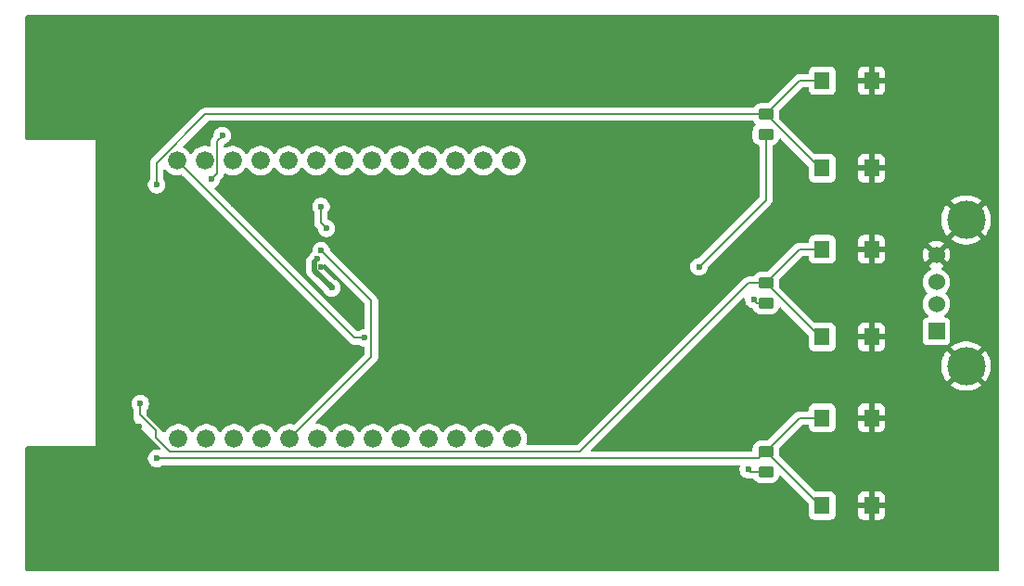
<source format=gbl>
%TF.GenerationSoftware,KiCad,Pcbnew,9.0.4*%
%TF.CreationDate,2025-11-02T13:41:35-05:00*%
%TF.ProjectId,C3I_TETRIS,4333495f-5445-4545-9249-532e6b696361,rev?*%
%TF.SameCoordinates,Original*%
%TF.FileFunction,Copper,L2,Bot*%
%TF.FilePolarity,Positive*%
%FSLAX46Y46*%
G04 Gerber Fmt 4.6, Leading zero omitted, Abs format (unit mm)*
G04 Created by KiCad (PCBNEW 9.0.4) date 2025-11-02 13:41:35*
%MOMM*%
%LPD*%
G01*
G04 APERTURE LIST*
G04 Aperture macros list*
%AMRoundRect*
0 Rectangle with rounded corners*
0 $1 Rounding radius*
0 $2 $3 $4 $5 $6 $7 $8 $9 X,Y pos of 4 corners*
0 Add a 4 corners polygon primitive as box body*
4,1,4,$2,$3,$4,$5,$6,$7,$8,$9,$2,$3,0*
0 Add four circle primitives for the rounded corners*
1,1,$1+$1,$2,$3*
1,1,$1+$1,$4,$5*
1,1,$1+$1,$6,$7*
1,1,$1+$1,$8,$9*
0 Add four rect primitives between the rounded corners*
20,1,$1+$1,$2,$3,$4,$5,0*
20,1,$1+$1,$4,$5,$6,$7,0*
20,1,$1+$1,$6,$7,$8,$9,0*
20,1,$1+$1,$8,$9,$2,$3,0*%
G04 Aperture macros list end*
%TA.AperFunction,ComponentPad*%
%ADD10C,1.676400*%
%TD*%
%TA.AperFunction,ComponentPad*%
%ADD11R,1.524000X1.524000*%
%TD*%
%TA.AperFunction,ComponentPad*%
%ADD12C,1.524000*%
%TD*%
%TA.AperFunction,ComponentPad*%
%ADD13C,3.500000*%
%TD*%
%TA.AperFunction,HeatsinkPad*%
%ADD14C,0.600000*%
%TD*%
%TA.AperFunction,SMDPad,CuDef*%
%ADD15R,1.400000X1.600000*%
%TD*%
%TA.AperFunction,SMDPad,CuDef*%
%ADD16RoundRect,0.250000X-0.450000X0.262500X-0.450000X-0.262500X0.450000X-0.262500X0.450000X0.262500X0*%
%TD*%
%TA.AperFunction,ViaPad*%
%ADD17C,0.600000*%
%TD*%
%TA.AperFunction,Conductor*%
%ADD18C,0.200000*%
%TD*%
%TA.AperFunction,Conductor*%
%ADD19C,0.254000*%
%TD*%
%TA.AperFunction,Conductor*%
%ADD20C,0.500000*%
%TD*%
G04 APERTURE END LIST*
D10*
%TO.P,JP4,1,1*%
%TO.N,unconnected-(JP4-Pad1)*%
X155380000Y-82400000D03*
%TO.P,JP4,2,2*%
%TO.N,unconnected-(JP4-Pad2)*%
X152840000Y-82400000D03*
%TO.P,JP4,3,3*%
%TO.N,unconnected-(JP4-Pad3)*%
X150300000Y-82400000D03*
%TO.P,JP4,4,4*%
%TO.N,unconnected-(JP4-Pad4)*%
X147760000Y-82400000D03*
%TO.P,JP4,5,5*%
%TO.N,CB1*%
X145220000Y-82400000D03*
%TO.P,JP4,6,6*%
%TO.N,CB2*%
X142680000Y-82400000D03*
%TO.P,JP4,7,7*%
%TO.N,CB3*%
X140140000Y-82400000D03*
%TO.P,JP4,8,8*%
%TO.N,CB4*%
X137600000Y-82400000D03*
%TO.P,JP4,9,9*%
%TO.N,CB5*%
X135060000Y-82400000D03*
%TO.P,JP4,10,10*%
%TO.N,CB6*%
X132520000Y-82400000D03*
%TO.P,JP4,11,11*%
%TO.N,CB7*%
X129980000Y-82400000D03*
%TO.P,JP4,12,12*%
%TO.N,CB8*%
X127440000Y-82400000D03*
%TO.P,JP4,13,13*%
%TO.N,CB9*%
X124900000Y-82400000D03*
%TD*%
%TO.P,JP1,1,1*%
%TO.N,CA1*%
X155507000Y-107800000D03*
%TO.P,JP1,2,2*%
%TO.N,CA2*%
X152967000Y-107800000D03*
%TO.P,JP1,3,3*%
%TO.N,CA3*%
X150427000Y-107800000D03*
%TO.P,JP1,4,4*%
%TO.N,CA4*%
X147887000Y-107800000D03*
%TO.P,JP1,5,5*%
%TO.N,CA5*%
X145347000Y-107800000D03*
%TO.P,JP1,6,6*%
%TO.N,CA6*%
X142807000Y-107800000D03*
%TO.P,JP1,7,7*%
%TO.N,CA7*%
X140267000Y-107800000D03*
%TO.P,JP1,8,8*%
%TO.N,CA8*%
X137727000Y-107800000D03*
%TO.P,JP1,9,9*%
%TO.N,CA9*%
X135187000Y-107800000D03*
%TO.P,JP1,10,10*%
%TO.N,unconnected-(JP1-Pad10)*%
X132647000Y-107800000D03*
%TO.P,JP1,11,11*%
%TO.N,unconnected-(JP1-Pad11)*%
X130107000Y-107800000D03*
%TO.P,JP1,12,12*%
%TO.N,unconnected-(JP1-Pad12)*%
X127567000Y-107800000D03*
%TO.P,JP1,13,13*%
%TO.N,unconnected-(JP1-Pad13)*%
X125027000Y-107800000D03*
%TD*%
D11*
%TO.P,J1,1,VBUS*%
%TO.N,+5V*%
X194222500Y-98000000D03*
D12*
%TO.P,J1,2,D-*%
%TO.N,D-*%
X194222500Y-95500000D03*
%TO.P,J1,3,D+*%
%TO.N,D+*%
X194222500Y-93500000D03*
%TO.P,J1,4,GND*%
%TO.N,GND*%
X194222500Y-91000000D03*
D13*
%TO.P,J1,5,Shield*%
X196932500Y-101175000D03*
X196932500Y-87825000D03*
%TD*%
D14*
%TO.P,U1,19,GND*%
%TO.N,GND*%
X124200000Y-94640000D03*
X125300000Y-94640000D03*
X123650000Y-94090000D03*
X124750000Y-94090000D03*
X125850000Y-94090000D03*
X124200000Y-93540000D03*
X125300000Y-93540000D03*
X123650000Y-92990000D03*
X124750000Y-92990000D03*
X125850000Y-92990000D03*
X124200000Y-92440000D03*
X125300000Y-92440000D03*
%TD*%
D15*
%TO.P,SW2,1,1*%
%TO.N,BTN2*%
X183800000Y-90500000D03*
X183800000Y-98500000D03*
%TO.P,SW2,2,2*%
%TO.N,GND*%
X188300000Y-90500000D03*
X188300000Y-98500000D03*
%TD*%
D16*
%TO.P,R6,1*%
%TO.N,BTN1*%
X178650000Y-78187500D03*
%TO.P,R6,2*%
%TO.N,+3.3V*%
X178650000Y-80012500D03*
%TD*%
%TO.P,R8,1*%
%TO.N,BTN3*%
X178650000Y-108987500D03*
%TO.P,R8,2*%
%TO.N,+3.3V*%
X178650000Y-110812500D03*
%TD*%
%TO.P,R7,1*%
%TO.N,BTN2*%
X178650000Y-93587500D03*
%TO.P,R7,2*%
%TO.N,+3.3V*%
X178650000Y-95412500D03*
%TD*%
D15*
%TO.P,SW3,1,1*%
%TO.N,BTN3*%
X183800000Y-105900000D03*
X183800000Y-113900000D03*
%TO.P,SW3,2,2*%
%TO.N,GND*%
X188300000Y-105900000D03*
X188300000Y-113900000D03*
%TD*%
%TO.P,SW1,1,1*%
%TO.N,BTN1*%
X183800000Y-75100000D03*
X183800000Y-83100000D03*
%TO.P,SW1,2,2*%
%TO.N,GND*%
X188300000Y-75100000D03*
X188300000Y-83100000D03*
%TD*%
D17*
%TO.N,GND*%
X186000000Y-94500000D03*
%TO.N,CA9*%
X138050000Y-90600000D03*
%TO.N,CB9*%
X142050000Y-98600000D03*
%TO.N,GND*%
X145050000Y-96600000D03*
X136550000Y-84600000D03*
X131550000Y-103100000D03*
X174550000Y-92100000D03*
X121454174Y-106695826D03*
X138050000Y-92100000D03*
%TO.N,D+*%
X128050000Y-84100000D03*
X129050000Y-80100000D03*
%TO.N,+5V*%
X137742628Y-91357938D03*
X139023153Y-94023153D03*
%TO.N,Net-(U2-R_EXT)*%
X138050000Y-86600000D03*
X138550000Y-88600000D03*
%TO.N,BTN1*%
X123050000Y-84600000D03*
%TO.N,BTN2*%
X121550000Y-104600000D03*
%TO.N,BTN3*%
X123050000Y-109600000D03*
%TO.N,+3.3V*%
X177050000Y-110600000D03*
X177550000Y-95100000D03*
X172550000Y-92100000D03*
%TD*%
D18*
%TO.N,CA9*%
X142654200Y-95204200D02*
X142654200Y-100332800D01*
X142654200Y-100332800D02*
X135187000Y-107800000D01*
X138050000Y-90600000D02*
X142654200Y-95204200D01*
D19*
%TO.N,CB2*%
X141918000Y-82400000D02*
X142680000Y-82400000D01*
%TO.N,CB5*%
X134552000Y-82400000D02*
X135060000Y-82400000D01*
%TO.N,CB6*%
X132393000Y-82400000D02*
X132520000Y-82400000D01*
%TO.N,CB7*%
X129345000Y-82400000D02*
X129980000Y-82400000D01*
D18*
%TO.N,CB9*%
X142050000Y-98600000D02*
X141100000Y-98600000D01*
X141100000Y-98600000D02*
X124900000Y-82400000D01*
%TO.N,D+*%
X129050000Y-80100000D02*
X129050000Y-80164800D01*
X128582400Y-83567600D02*
X128050000Y-84100000D01*
X129050000Y-80164800D02*
X128582400Y-80632400D01*
X128582400Y-80632400D02*
X128582400Y-83567600D01*
%TO.N,+5V*%
X137445800Y-91654766D02*
X137742628Y-91357938D01*
D20*
X139023153Y-94023153D02*
X137445800Y-92445800D01*
X137445800Y-92445800D02*
X137445800Y-91654766D01*
D18*
%TO.N,Net-(U2-R_EXT)*%
X138550000Y-88600000D02*
X138050000Y-88100000D01*
X138050000Y-88100000D02*
X138050000Y-86600000D01*
%TO.N,BTN1*%
X123050000Y-82624191D02*
X127486691Y-78187500D01*
X181737500Y-75100000D02*
X178650000Y-78187500D01*
X183800000Y-75100000D02*
X181737500Y-75100000D01*
X183562500Y-83100000D02*
X178650000Y-78187500D01*
X183800000Y-83100000D02*
X183562500Y-83100000D01*
X127486691Y-78187500D02*
X178650000Y-78187500D01*
X123050000Y-84600000D02*
X123050000Y-82624191D01*
%TO.N,BTN2*%
X181737500Y-90500000D02*
X178650000Y-93587500D01*
X123000000Y-107694299D02*
X124248101Y-108942400D01*
X124248101Y-108942400D02*
X161707600Y-108942400D01*
X183562500Y-98500000D02*
X178650000Y-93587500D01*
X177062500Y-93587500D02*
X178650000Y-93587500D01*
X121550000Y-105550000D02*
X123000000Y-107000000D01*
X161707600Y-108942400D02*
X177062500Y-93587500D01*
X183800000Y-98500000D02*
X183562500Y-98500000D01*
X123000000Y-107000000D02*
X123000000Y-107694299D01*
X183800000Y-90500000D02*
X181737500Y-90500000D01*
X121550000Y-104600000D02*
X121550000Y-105550000D01*
%TO.N,BTN3*%
X178037500Y-109600000D02*
X178650000Y-108987500D01*
X183800000Y-113900000D02*
X183562500Y-113900000D01*
X181737500Y-105900000D02*
X178650000Y-108987500D01*
X183800000Y-105900000D02*
X181737500Y-105900000D01*
X183562500Y-113900000D02*
X178650000Y-108987500D01*
X123050000Y-109600000D02*
X178037500Y-109600000D01*
%TO.N,+3.3V*%
X178650000Y-80012500D02*
X178650000Y-86000000D01*
X178650000Y-86000000D02*
X172550000Y-92100000D01*
X177262500Y-110812500D02*
X177050000Y-110600000D01*
X178650000Y-110812500D02*
X177262500Y-110812500D01*
X178650000Y-95412500D02*
X177862500Y-95412500D01*
X177862500Y-95412500D02*
X177550000Y-95100000D01*
%TD*%
%TA.AperFunction,Conductor*%
%TO.N,GND*%
G36*
X199867539Y-69145185D02*
G01*
X199913294Y-69197989D01*
X199924500Y-69249500D01*
X199924500Y-119750500D01*
X199904815Y-119817539D01*
X199852011Y-119863294D01*
X199800500Y-119874500D01*
X111199500Y-119874500D01*
X111132461Y-119854815D01*
X111086706Y-119802011D01*
X111075500Y-119750500D01*
X111075500Y-108624000D01*
X111095185Y-108556961D01*
X111147989Y-108511206D01*
X111199500Y-108500000D01*
X117450000Y-108500000D01*
X117450000Y-104521153D01*
X120749500Y-104521153D01*
X120749500Y-104678846D01*
X120780261Y-104833489D01*
X120780264Y-104833501D01*
X120840602Y-104979172D01*
X120840609Y-104979185D01*
X120928602Y-105110874D01*
X120949480Y-105177551D01*
X120949500Y-105179765D01*
X120949500Y-105851928D01*
X120949499Y-105851946D01*
X120949499Y-106017652D01*
X120949498Y-106017652D01*
X120990423Y-106170383D01*
X121019358Y-106220498D01*
X121019359Y-106220502D01*
X121019360Y-106220502D01*
X121069479Y-106307312D01*
X121069481Y-106307315D01*
X121188349Y-106426183D01*
X121188355Y-106426188D01*
X123380091Y-108617925D01*
X123413576Y-108679248D01*
X123408592Y-108748940D01*
X123366720Y-108804873D01*
X123301256Y-108829290D01*
X123268219Y-108827223D01*
X123128846Y-108799500D01*
X123128842Y-108799500D01*
X122971158Y-108799500D01*
X122971155Y-108799500D01*
X122816510Y-108830261D01*
X122816498Y-108830264D01*
X122670827Y-108890602D01*
X122670814Y-108890609D01*
X122539711Y-108978210D01*
X122539707Y-108978213D01*
X122428213Y-109089707D01*
X122428210Y-109089711D01*
X122340609Y-109220814D01*
X122340602Y-109220827D01*
X122280264Y-109366498D01*
X122280261Y-109366510D01*
X122249500Y-109521153D01*
X122249500Y-109678846D01*
X122280261Y-109833489D01*
X122280264Y-109833501D01*
X122340602Y-109979172D01*
X122340609Y-109979185D01*
X122428210Y-110110288D01*
X122428213Y-110110292D01*
X122539707Y-110221786D01*
X122539711Y-110221789D01*
X122670814Y-110309390D01*
X122670827Y-110309397D01*
X122808695Y-110366503D01*
X122816503Y-110369737D01*
X122971153Y-110400499D01*
X122971156Y-110400500D01*
X122971158Y-110400500D01*
X123128844Y-110400500D01*
X123128845Y-110400499D01*
X123283497Y-110369737D01*
X123429179Y-110309394D01*
X123483663Y-110272989D01*
X123560875Y-110221398D01*
X123627553Y-110200520D01*
X123629766Y-110200500D01*
X176163445Y-110200500D01*
X176230484Y-110220185D01*
X176276239Y-110272989D01*
X176286183Y-110342147D01*
X176281159Y-110360411D01*
X176282031Y-110360676D01*
X176280261Y-110366510D01*
X176249500Y-110521153D01*
X176249500Y-110678846D01*
X176280261Y-110833489D01*
X176280264Y-110833501D01*
X176340602Y-110979172D01*
X176340609Y-110979185D01*
X176428210Y-111110288D01*
X176428213Y-111110292D01*
X176539707Y-111221786D01*
X176539711Y-111221789D01*
X176670814Y-111309390D01*
X176670827Y-111309397D01*
X176816498Y-111369735D01*
X176816503Y-111369737D01*
X176940145Y-111394331D01*
X176971153Y-111400499D01*
X176971156Y-111400500D01*
X177120467Y-111400500D01*
X177152559Y-111404724D01*
X177183442Y-111413000D01*
X177183443Y-111413000D01*
X177457492Y-111413000D01*
X177524531Y-111432685D01*
X177563029Y-111471901D01*
X177607288Y-111543656D01*
X177731344Y-111667712D01*
X177880666Y-111759814D01*
X178047203Y-111814999D01*
X178149991Y-111825500D01*
X179150008Y-111825499D01*
X179150016Y-111825498D01*
X179150019Y-111825498D01*
X179206302Y-111819748D01*
X179252797Y-111814999D01*
X179419334Y-111759814D01*
X179568656Y-111667712D01*
X179692712Y-111543656D01*
X179784814Y-111394334D01*
X179826808Y-111267604D01*
X179866580Y-111210161D01*
X179931095Y-111183338D01*
X179999871Y-111195653D01*
X180032194Y-111218929D01*
X182563181Y-113749916D01*
X182596666Y-113811239D01*
X182599500Y-113837597D01*
X182599500Y-114747870D01*
X182599501Y-114747876D01*
X182605908Y-114807483D01*
X182656202Y-114942328D01*
X182656206Y-114942335D01*
X182742452Y-115057544D01*
X182742455Y-115057547D01*
X182857664Y-115143793D01*
X182857671Y-115143797D01*
X182992517Y-115194091D01*
X182992516Y-115194091D01*
X182999444Y-115194835D01*
X183052127Y-115200500D01*
X184547872Y-115200499D01*
X184607483Y-115194091D01*
X184742331Y-115143796D01*
X184857546Y-115057546D01*
X184943796Y-114942331D01*
X184994091Y-114807483D01*
X185000500Y-114747873D01*
X185000500Y-114747844D01*
X187100000Y-114747844D01*
X187106401Y-114807372D01*
X187106403Y-114807379D01*
X187156645Y-114942086D01*
X187156649Y-114942093D01*
X187242809Y-115057187D01*
X187242812Y-115057190D01*
X187357906Y-115143350D01*
X187357913Y-115143354D01*
X187492620Y-115193596D01*
X187492627Y-115193598D01*
X187552155Y-115199999D01*
X187552172Y-115200000D01*
X188050000Y-115200000D01*
X188550000Y-115200000D01*
X189047828Y-115200000D01*
X189047844Y-115199999D01*
X189107372Y-115193598D01*
X189107379Y-115193596D01*
X189242086Y-115143354D01*
X189242093Y-115143350D01*
X189357187Y-115057190D01*
X189357190Y-115057187D01*
X189443350Y-114942093D01*
X189443354Y-114942086D01*
X189493596Y-114807379D01*
X189493598Y-114807372D01*
X189499999Y-114747844D01*
X189500000Y-114747827D01*
X189500000Y-114150000D01*
X188550000Y-114150000D01*
X188550000Y-115200000D01*
X188050000Y-115200000D01*
X188050000Y-114150000D01*
X187100000Y-114150000D01*
X187100000Y-114747844D01*
X185000500Y-114747844D01*
X185000499Y-113837597D01*
X185000499Y-113052155D01*
X187100000Y-113052155D01*
X187100000Y-113650000D01*
X188050000Y-113650000D01*
X188550000Y-113650000D01*
X189500000Y-113650000D01*
X189500000Y-113052172D01*
X189499999Y-113052155D01*
X189493598Y-112992627D01*
X189493596Y-112992620D01*
X189443354Y-112857913D01*
X189443350Y-112857906D01*
X189357190Y-112742812D01*
X189357187Y-112742809D01*
X189242093Y-112656649D01*
X189242086Y-112656645D01*
X189107379Y-112606403D01*
X189107372Y-112606401D01*
X189047844Y-112600000D01*
X188550000Y-112600000D01*
X188550000Y-113650000D01*
X188050000Y-113650000D01*
X188050000Y-112600000D01*
X187552155Y-112600000D01*
X187492627Y-112606401D01*
X187492620Y-112606403D01*
X187357913Y-112656645D01*
X187357906Y-112656649D01*
X187242812Y-112742809D01*
X187242809Y-112742812D01*
X187156649Y-112857906D01*
X187156645Y-112857913D01*
X187106403Y-112992620D01*
X187106401Y-112992627D01*
X187100000Y-113052155D01*
X185000499Y-113052155D01*
X185000499Y-113052129D01*
X185000498Y-113052123D01*
X184994091Y-112992516D01*
X184943797Y-112857671D01*
X184943793Y-112857664D01*
X184857547Y-112742455D01*
X184857544Y-112742452D01*
X184742335Y-112656206D01*
X184742328Y-112656202D01*
X184607482Y-112605908D01*
X184607483Y-112605908D01*
X184547883Y-112599501D01*
X184547881Y-112599500D01*
X184547873Y-112599500D01*
X184547865Y-112599500D01*
X183162597Y-112599500D01*
X183095558Y-112579815D01*
X183074916Y-112563181D01*
X179886818Y-109375083D01*
X179853333Y-109313760D01*
X179850499Y-109287411D01*
X179850499Y-108687595D01*
X179870184Y-108620557D01*
X179886813Y-108599920D01*
X181949916Y-106536819D01*
X182011239Y-106503334D01*
X182037597Y-106500500D01*
X182475501Y-106500500D01*
X182542540Y-106520185D01*
X182588295Y-106572989D01*
X182599501Y-106624500D01*
X182599501Y-106747876D01*
X182605908Y-106807483D01*
X182656202Y-106942328D01*
X182656206Y-106942335D01*
X182742452Y-107057544D01*
X182742455Y-107057547D01*
X182857664Y-107143793D01*
X182857671Y-107143797D01*
X182992517Y-107194091D01*
X182992516Y-107194091D01*
X182996563Y-107194526D01*
X183052127Y-107200500D01*
X184547872Y-107200499D01*
X184607483Y-107194091D01*
X184742331Y-107143796D01*
X184857546Y-107057546D01*
X184943796Y-106942331D01*
X184994091Y-106807483D01*
X185000500Y-106747873D01*
X185000500Y-106747844D01*
X187100000Y-106747844D01*
X187106401Y-106807372D01*
X187106403Y-106807379D01*
X187156645Y-106942086D01*
X187156649Y-106942093D01*
X187242809Y-107057187D01*
X187242812Y-107057190D01*
X187357906Y-107143350D01*
X187357913Y-107143354D01*
X187492620Y-107193596D01*
X187492627Y-107193598D01*
X187552155Y-107199999D01*
X187552172Y-107200000D01*
X188050000Y-107200000D01*
X188550000Y-107200000D01*
X189047828Y-107200000D01*
X189047844Y-107199999D01*
X189107372Y-107193598D01*
X189107379Y-107193596D01*
X189242086Y-107143354D01*
X189242093Y-107143350D01*
X189357187Y-107057190D01*
X189357190Y-107057187D01*
X189443350Y-106942093D01*
X189443354Y-106942086D01*
X189493596Y-106807379D01*
X189493598Y-106807372D01*
X189499999Y-106747844D01*
X189500000Y-106747827D01*
X189500000Y-106150000D01*
X188550000Y-106150000D01*
X188550000Y-107200000D01*
X188050000Y-107200000D01*
X188050000Y-106150000D01*
X187100000Y-106150000D01*
X187100000Y-106747844D01*
X185000500Y-106747844D01*
X185000499Y-105859541D01*
X185000499Y-105052155D01*
X187100000Y-105052155D01*
X187100000Y-105650000D01*
X188050000Y-105650000D01*
X188550000Y-105650000D01*
X189500000Y-105650000D01*
X189500000Y-105052172D01*
X189499999Y-105052155D01*
X189493598Y-104992627D01*
X189493596Y-104992620D01*
X189443354Y-104857913D01*
X189443350Y-104857906D01*
X189357190Y-104742812D01*
X189357187Y-104742809D01*
X189242093Y-104656649D01*
X189242086Y-104656645D01*
X189107379Y-104606403D01*
X189107372Y-104606401D01*
X189047844Y-104600000D01*
X188550000Y-104600000D01*
X188550000Y-105650000D01*
X188050000Y-105650000D01*
X188050000Y-104600000D01*
X187552155Y-104600000D01*
X187492627Y-104606401D01*
X187492620Y-104606403D01*
X187357913Y-104656645D01*
X187357906Y-104656649D01*
X187242812Y-104742809D01*
X187242809Y-104742812D01*
X187156649Y-104857906D01*
X187156645Y-104857913D01*
X187106403Y-104992620D01*
X187106401Y-104992627D01*
X187100000Y-105052155D01*
X185000499Y-105052155D01*
X185000499Y-105052129D01*
X185000498Y-105052123D01*
X185000497Y-105052116D01*
X184994091Y-104992517D01*
X184989118Y-104979185D01*
X184943797Y-104857671D01*
X184943793Y-104857664D01*
X184857547Y-104742455D01*
X184857544Y-104742452D01*
X184742335Y-104656206D01*
X184742328Y-104656202D01*
X184607482Y-104605908D01*
X184607483Y-104605908D01*
X184547883Y-104599501D01*
X184547881Y-104599500D01*
X184547873Y-104599500D01*
X184547864Y-104599500D01*
X183052129Y-104599500D01*
X183052123Y-104599501D01*
X182992516Y-104605908D01*
X182857671Y-104656202D01*
X182857664Y-104656206D01*
X182742455Y-104742452D01*
X182742452Y-104742455D01*
X182656206Y-104857664D01*
X182656202Y-104857671D01*
X182605908Y-104992517D01*
X182599501Y-105052116D01*
X182599501Y-105052123D01*
X182599500Y-105052135D01*
X182599500Y-105175500D01*
X182579815Y-105242539D01*
X182527011Y-105288294D01*
X182475500Y-105299500D01*
X181658441Y-105299500D01*
X181621517Y-105309393D01*
X181621518Y-105309394D01*
X181505714Y-105340423D01*
X181505709Y-105340426D01*
X181368790Y-105419475D01*
X181368782Y-105419481D01*
X181256978Y-105531286D01*
X178850082Y-107938181D01*
X178788759Y-107971666D01*
X178762401Y-107974500D01*
X178149998Y-107974500D01*
X178149980Y-107974501D01*
X178047203Y-107985000D01*
X178047200Y-107985001D01*
X177880668Y-108040185D01*
X177880663Y-108040187D01*
X177731342Y-108132289D01*
X177607289Y-108256342D01*
X177515187Y-108405663D01*
X177515186Y-108405666D01*
X177460001Y-108572203D01*
X177460001Y-108572204D01*
X177460000Y-108572204D01*
X177449500Y-108674984D01*
X177449500Y-108674991D01*
X177449500Y-108830264D01*
X177449501Y-108875499D01*
X177429817Y-108942539D01*
X177377013Y-108988294D01*
X177325501Y-108999500D01*
X162799097Y-108999500D01*
X162732058Y-108979815D01*
X162686303Y-108927011D01*
X162676359Y-108857853D01*
X162705384Y-108794297D01*
X162711416Y-108787819D01*
X170471702Y-101027533D01*
X194682500Y-101027533D01*
X194682500Y-101322466D01*
X194682501Y-101322483D01*
X194720996Y-101614884D01*
X194720999Y-101614897D01*
X194797335Y-101899790D01*
X194797338Y-101899800D01*
X194910204Y-102172281D01*
X194910209Y-102172292D01*
X195057674Y-102427707D01*
X195057680Y-102427715D01*
X195174277Y-102579667D01*
X195960412Y-101793532D01*
X196055329Y-101924175D01*
X196183325Y-102052171D01*
X196313966Y-102147086D01*
X195527831Y-102933221D01*
X195679784Y-103049819D01*
X195679792Y-103049825D01*
X195935207Y-103197290D01*
X195935218Y-103197295D01*
X196207699Y-103310161D01*
X196207709Y-103310164D01*
X196492602Y-103386500D01*
X196492615Y-103386503D01*
X196785016Y-103424998D01*
X196785034Y-103425000D01*
X197079966Y-103425000D01*
X197079983Y-103424998D01*
X197372384Y-103386503D01*
X197372397Y-103386500D01*
X197657290Y-103310164D01*
X197657300Y-103310161D01*
X197929781Y-103197295D01*
X197929792Y-103197290D01*
X198185207Y-103049825D01*
X198185225Y-103049813D01*
X198337167Y-102933222D01*
X198337167Y-102933220D01*
X197551033Y-102147086D01*
X197681675Y-102052171D01*
X197809671Y-101924175D01*
X197904586Y-101793533D01*
X198690720Y-102579667D01*
X198690722Y-102579667D01*
X198807313Y-102427725D01*
X198807325Y-102427707D01*
X198954790Y-102172292D01*
X198954795Y-102172281D01*
X199067661Y-101899800D01*
X199067664Y-101899790D01*
X199144000Y-101614897D01*
X199144003Y-101614884D01*
X199182498Y-101322483D01*
X199182500Y-101322466D01*
X199182500Y-101027533D01*
X199182498Y-101027516D01*
X199144003Y-100735115D01*
X199144000Y-100735102D01*
X199067664Y-100450209D01*
X199067661Y-100450199D01*
X198954795Y-100177718D01*
X198954790Y-100177707D01*
X198807325Y-99922292D01*
X198807319Y-99922284D01*
X198690721Y-99770331D01*
X197904586Y-100556466D01*
X197809671Y-100425825D01*
X197681675Y-100297829D01*
X197551032Y-100202912D01*
X198337167Y-99416777D01*
X198185215Y-99300180D01*
X198185207Y-99300174D01*
X197929792Y-99152709D01*
X197929781Y-99152704D01*
X197657300Y-99039838D01*
X197657290Y-99039835D01*
X197372397Y-98963499D01*
X197372384Y-98963496D01*
X197079983Y-98925001D01*
X197079966Y-98925000D01*
X196785034Y-98925000D01*
X196785016Y-98925001D01*
X196492615Y-98963496D01*
X196492602Y-98963499D01*
X196207709Y-99039835D01*
X196207699Y-99039838D01*
X195935218Y-99152704D01*
X195935207Y-99152709D01*
X195679792Y-99300174D01*
X195679776Y-99300185D01*
X195527831Y-99416775D01*
X195527831Y-99416777D01*
X196313966Y-100202912D01*
X196183325Y-100297829D01*
X196055329Y-100425825D01*
X195960412Y-100556466D01*
X195174277Y-99770331D01*
X195174275Y-99770331D01*
X195057685Y-99922276D01*
X195057674Y-99922292D01*
X194910209Y-100177707D01*
X194910204Y-100177718D01*
X194797338Y-100450199D01*
X194797335Y-100450209D01*
X194720999Y-100735102D01*
X194720996Y-100735115D01*
X194682501Y-101027516D01*
X194682500Y-101027533D01*
X170471702Y-101027533D01*
X176537819Y-94961416D01*
X176599142Y-94927931D01*
X176668834Y-94932915D01*
X176724767Y-94974787D01*
X176749184Y-95040251D01*
X176749500Y-95049097D01*
X176749500Y-95178846D01*
X176780261Y-95333489D01*
X176780264Y-95333501D01*
X176840602Y-95479172D01*
X176840609Y-95479185D01*
X176928210Y-95610288D01*
X176928213Y-95610292D01*
X177039707Y-95721786D01*
X177039711Y-95721789D01*
X177170814Y-95809390D01*
X177170827Y-95809397D01*
X177311358Y-95867606D01*
X177316503Y-95869737D01*
X177390598Y-95884475D01*
X177414198Y-95889170D01*
X177476109Y-95921555D01*
X177507712Y-95971781D01*
X177515184Y-95994331D01*
X177515186Y-95994334D01*
X177607288Y-96143656D01*
X177731344Y-96267712D01*
X177880666Y-96359814D01*
X178047203Y-96414999D01*
X178149991Y-96425500D01*
X179150008Y-96425499D01*
X179150016Y-96425498D01*
X179150019Y-96425498D01*
X179206302Y-96419748D01*
X179252797Y-96414999D01*
X179419334Y-96359814D01*
X179568656Y-96267712D01*
X179692712Y-96143656D01*
X179784814Y-95994334D01*
X179826808Y-95867604D01*
X179866580Y-95810161D01*
X179931095Y-95783338D01*
X179999871Y-95795653D01*
X180032194Y-95818929D01*
X182563181Y-98349916D01*
X182596666Y-98411239D01*
X182599500Y-98437597D01*
X182599500Y-99347870D01*
X182599501Y-99347876D01*
X182605908Y-99407483D01*
X182656202Y-99542328D01*
X182656206Y-99542335D01*
X182742452Y-99657544D01*
X182742455Y-99657547D01*
X182857664Y-99743793D01*
X182857671Y-99743797D01*
X182992517Y-99794091D01*
X182992516Y-99794091D01*
X182999444Y-99794835D01*
X183052127Y-99800500D01*
X184547872Y-99800499D01*
X184607483Y-99794091D01*
X184742331Y-99743796D01*
X184857546Y-99657546D01*
X184943796Y-99542331D01*
X184994091Y-99407483D01*
X185000500Y-99347873D01*
X185000500Y-99347844D01*
X187100000Y-99347844D01*
X187106401Y-99407372D01*
X187106403Y-99407379D01*
X187156645Y-99542086D01*
X187156649Y-99542093D01*
X187242809Y-99657187D01*
X187242812Y-99657190D01*
X187357906Y-99743350D01*
X187357913Y-99743354D01*
X187492620Y-99793596D01*
X187492627Y-99793598D01*
X187552155Y-99799999D01*
X187552172Y-99800000D01*
X188050000Y-99800000D01*
X188550000Y-99800000D01*
X189047828Y-99800000D01*
X189047844Y-99799999D01*
X189107372Y-99793598D01*
X189107379Y-99793596D01*
X189242086Y-99743354D01*
X189242093Y-99743350D01*
X189357187Y-99657190D01*
X189357190Y-99657187D01*
X189443350Y-99542093D01*
X189443354Y-99542086D01*
X189488369Y-99421397D01*
X189488369Y-99421396D01*
X189493595Y-99407383D01*
X189493598Y-99407372D01*
X189499999Y-99347844D01*
X189500000Y-99347827D01*
X189500000Y-98750000D01*
X188550000Y-98750000D01*
X188550000Y-99800000D01*
X188050000Y-99800000D01*
X188050000Y-98750000D01*
X187100000Y-98750000D01*
X187100000Y-99347844D01*
X185000500Y-99347844D01*
X185000499Y-98437597D01*
X185000499Y-97652155D01*
X187100000Y-97652155D01*
X187100000Y-98250000D01*
X188050000Y-98250000D01*
X188550000Y-98250000D01*
X189500000Y-98250000D01*
X189500000Y-97652172D01*
X189499999Y-97652155D01*
X189493598Y-97592627D01*
X189493596Y-97592620D01*
X189443354Y-97457913D01*
X189443350Y-97457906D01*
X189357190Y-97342812D01*
X189357187Y-97342809D01*
X189242093Y-97256649D01*
X189242086Y-97256645D01*
X189107379Y-97206403D01*
X189107372Y-97206401D01*
X189047844Y-97200000D01*
X188550000Y-97200000D01*
X188550000Y-98250000D01*
X188050000Y-98250000D01*
X188050000Y-97200000D01*
X187552155Y-97200000D01*
X187492627Y-97206401D01*
X187492620Y-97206403D01*
X187357913Y-97256645D01*
X187357906Y-97256649D01*
X187242812Y-97342809D01*
X187242809Y-97342812D01*
X187156649Y-97457906D01*
X187156645Y-97457913D01*
X187106403Y-97592620D01*
X187106401Y-97592627D01*
X187100000Y-97652155D01*
X185000499Y-97652155D01*
X185000499Y-97652129D01*
X185000498Y-97652123D01*
X184994091Y-97592516D01*
X184943797Y-97457671D01*
X184943793Y-97457664D01*
X184857547Y-97342455D01*
X184857544Y-97342452D01*
X184742335Y-97256206D01*
X184742328Y-97256202D01*
X184607482Y-97205908D01*
X184607483Y-97205908D01*
X184547883Y-97199501D01*
X184547881Y-97199500D01*
X184547873Y-97199500D01*
X184547865Y-97199500D01*
X183162597Y-97199500D01*
X183095558Y-97179815D01*
X183074916Y-97163181D01*
X179886818Y-93975083D01*
X179853333Y-93913760D01*
X179850499Y-93887411D01*
X179850499Y-93400639D01*
X192960000Y-93400639D01*
X192960000Y-93599360D01*
X192991087Y-93795637D01*
X193052493Y-93984629D01*
X193052494Y-93984632D01*
X193142713Y-94161694D01*
X193259519Y-94322464D01*
X193259521Y-94322466D01*
X193349374Y-94412319D01*
X193382859Y-94473642D01*
X193377875Y-94543334D01*
X193349374Y-94587681D01*
X193259521Y-94677533D01*
X193142713Y-94838305D01*
X193052494Y-95015367D01*
X193052493Y-95015370D01*
X192991087Y-95204362D01*
X192960000Y-95400639D01*
X192960000Y-95599360D01*
X192991087Y-95795637D01*
X193052493Y-95984629D01*
X193052494Y-95984632D01*
X193057439Y-95994336D01*
X193142713Y-96161694D01*
X193259519Y-96322464D01*
X193400036Y-96462981D01*
X193458374Y-96505366D01*
X193470387Y-96514094D01*
X193513052Y-96569425D01*
X193519031Y-96639038D01*
X193486425Y-96700833D01*
X193425586Y-96735190D01*
X193410755Y-96737702D01*
X193353016Y-96743909D01*
X193218171Y-96794202D01*
X193218164Y-96794206D01*
X193102955Y-96880452D01*
X193102952Y-96880455D01*
X193016706Y-96995664D01*
X193016702Y-96995671D01*
X192966408Y-97130517D01*
X192960001Y-97190116D01*
X192960001Y-97190123D01*
X192960000Y-97190135D01*
X192960000Y-98809870D01*
X192960001Y-98809876D01*
X192966408Y-98869483D01*
X193016702Y-99004328D01*
X193016706Y-99004335D01*
X193102952Y-99119544D01*
X193102955Y-99119547D01*
X193218164Y-99205793D01*
X193218171Y-99205797D01*
X193353017Y-99256091D01*
X193353016Y-99256091D01*
X193359944Y-99256835D01*
X193412627Y-99262500D01*
X195032372Y-99262499D01*
X195091983Y-99256091D01*
X195226831Y-99205796D01*
X195342046Y-99119546D01*
X195428296Y-99004331D01*
X195478591Y-98869483D01*
X195485000Y-98809873D01*
X195484999Y-97190128D01*
X195478591Y-97130517D01*
X195428296Y-96995669D01*
X195428295Y-96995668D01*
X195428293Y-96995664D01*
X195342047Y-96880455D01*
X195342044Y-96880452D01*
X195226835Y-96794206D01*
X195226828Y-96794202D01*
X195091983Y-96743908D01*
X195034241Y-96737700D01*
X194969690Y-96710961D01*
X194929843Y-96653568D01*
X194927350Y-96583743D01*
X194963004Y-96523655D01*
X194974602Y-96514101D01*
X195044964Y-96462981D01*
X195185481Y-96322464D01*
X195302287Y-96161694D01*
X195392505Y-95984632D01*
X195453913Y-95795636D01*
X195485000Y-95599361D01*
X195485000Y-95400639D01*
X195453913Y-95204364D01*
X195399187Y-95035932D01*
X195392506Y-95015370D01*
X195392505Y-95015367D01*
X195302286Y-94838305D01*
X195300238Y-94835486D01*
X195185481Y-94677536D01*
X195095626Y-94587681D01*
X195062141Y-94526358D01*
X195067125Y-94456666D01*
X195095626Y-94412319D01*
X195129269Y-94378676D01*
X195185481Y-94322464D01*
X195302287Y-94161694D01*
X195392505Y-93984632D01*
X195453913Y-93795636D01*
X195485000Y-93599361D01*
X195485000Y-93400639D01*
X195453913Y-93204364D01*
X195402144Y-93045033D01*
X195392506Y-93015370D01*
X195392505Y-93015367D01*
X195346061Y-92924216D01*
X195302287Y-92838306D01*
X195185481Y-92677536D01*
X195044964Y-92537019D01*
X194884194Y-92420213D01*
X194766419Y-92360203D01*
X194715624Y-92312229D01*
X194698829Y-92244408D01*
X194721366Y-92178273D01*
X194766421Y-92139234D01*
X194883922Y-92079364D01*
X194921216Y-92052268D01*
X194319250Y-91450302D01*
X194400053Y-91428651D01*
X194504946Y-91368091D01*
X194590591Y-91282446D01*
X194651151Y-91177553D01*
X194672802Y-91096749D01*
X195274768Y-91698715D01*
X195301862Y-91661425D01*
X195392042Y-91484437D01*
X195453424Y-91295523D01*
X195453424Y-91295520D01*
X195484500Y-91099321D01*
X195484500Y-90900678D01*
X195453424Y-90704479D01*
X195453424Y-90704476D01*
X195392042Y-90515562D01*
X195301858Y-90338567D01*
X195274768Y-90301283D01*
X194672802Y-90903249D01*
X194651151Y-90822447D01*
X194590591Y-90717554D01*
X194504946Y-90631909D01*
X194400053Y-90571349D01*
X194319249Y-90549697D01*
X194921216Y-89947731D01*
X194921215Y-89947730D01*
X194883932Y-89920641D01*
X194706937Y-89830457D01*
X194518022Y-89769075D01*
X194321821Y-89738000D01*
X194123179Y-89738000D01*
X193926979Y-89769075D01*
X193926976Y-89769075D01*
X193738062Y-89830457D01*
X193561064Y-89920643D01*
X193523783Y-89947729D01*
X193523782Y-89947730D01*
X194125750Y-90549697D01*
X194044947Y-90571349D01*
X193940054Y-90631909D01*
X193854409Y-90717554D01*
X193793849Y-90822447D01*
X193772197Y-90903250D01*
X193170230Y-90301282D01*
X193170229Y-90301283D01*
X193143143Y-90338564D01*
X193052957Y-90515562D01*
X192991575Y-90704476D01*
X192991575Y-90704479D01*
X192960500Y-90900678D01*
X192960500Y-91099321D01*
X192991575Y-91295520D01*
X192991575Y-91295523D01*
X193052957Y-91484437D01*
X193143141Y-91661432D01*
X193170230Y-91698715D01*
X193170231Y-91698716D01*
X193772197Y-91096749D01*
X193793849Y-91177553D01*
X193854409Y-91282446D01*
X193940054Y-91368091D01*
X194044947Y-91428651D01*
X194125750Y-91450302D01*
X193523783Y-92052268D01*
X193523783Y-92052269D01*
X193561067Y-92079358D01*
X193678579Y-92139234D01*
X193729375Y-92187209D01*
X193746170Y-92255030D01*
X193723633Y-92321165D01*
X193678579Y-92360204D01*
X193560805Y-92420213D01*
X193400033Y-92537021D01*
X193259521Y-92677533D01*
X193142713Y-92838305D01*
X193052494Y-93015367D01*
X193052493Y-93015370D01*
X192991087Y-93204362D01*
X192960000Y-93400639D01*
X179850499Y-93400639D01*
X179850499Y-93287595D01*
X179870184Y-93220557D01*
X179886813Y-93199920D01*
X181949916Y-91136819D01*
X182011239Y-91103334D01*
X182037597Y-91100500D01*
X182475501Y-91100500D01*
X182542540Y-91120185D01*
X182588295Y-91172989D01*
X182599501Y-91224500D01*
X182599501Y-91347876D01*
X182605908Y-91407483D01*
X182656202Y-91542328D01*
X182656206Y-91542335D01*
X182742452Y-91657544D01*
X182742455Y-91657547D01*
X182857664Y-91743793D01*
X182857671Y-91743797D01*
X182992517Y-91794091D01*
X182992516Y-91794091D01*
X182999444Y-91794835D01*
X183052127Y-91800500D01*
X184547872Y-91800499D01*
X184607483Y-91794091D01*
X184742331Y-91743796D01*
X184857546Y-91657546D01*
X184943796Y-91542331D01*
X184994091Y-91407483D01*
X185000500Y-91347873D01*
X185000500Y-91347844D01*
X187100000Y-91347844D01*
X187106401Y-91407372D01*
X187106403Y-91407379D01*
X187156645Y-91542086D01*
X187156649Y-91542093D01*
X187242809Y-91657187D01*
X187242812Y-91657190D01*
X187357906Y-91743350D01*
X187357913Y-91743354D01*
X187492620Y-91793596D01*
X187492627Y-91793598D01*
X187552155Y-91799999D01*
X187552172Y-91800000D01*
X188050000Y-91800000D01*
X188550000Y-91800000D01*
X189047828Y-91800000D01*
X189047844Y-91799999D01*
X189107372Y-91793598D01*
X189107379Y-91793596D01*
X189242086Y-91743354D01*
X189242093Y-91743350D01*
X189357187Y-91657190D01*
X189357190Y-91657187D01*
X189443350Y-91542093D01*
X189443354Y-91542086D01*
X189493596Y-91407379D01*
X189493598Y-91407372D01*
X189499999Y-91347844D01*
X189500000Y-91347827D01*
X189500000Y-90750000D01*
X188550000Y-90750000D01*
X188550000Y-91800000D01*
X188050000Y-91800000D01*
X188050000Y-90750000D01*
X187100000Y-90750000D01*
X187100000Y-91347844D01*
X185000500Y-91347844D01*
X185000499Y-90366510D01*
X185000499Y-89652155D01*
X187100000Y-89652155D01*
X187100000Y-90250000D01*
X188050000Y-90250000D01*
X188550000Y-90250000D01*
X189500000Y-90250000D01*
X189500000Y-89652172D01*
X189499999Y-89652155D01*
X189493598Y-89592627D01*
X189493596Y-89592619D01*
X189488369Y-89578604D01*
X189488368Y-89578602D01*
X189443354Y-89457913D01*
X189443350Y-89457906D01*
X189357190Y-89342812D01*
X189357187Y-89342809D01*
X189242093Y-89256649D01*
X189242086Y-89256645D01*
X189107379Y-89206403D01*
X189107372Y-89206401D01*
X189047844Y-89200000D01*
X188550000Y-89200000D01*
X188550000Y-90250000D01*
X188050000Y-90250000D01*
X188050000Y-89200000D01*
X187552155Y-89200000D01*
X187492627Y-89206401D01*
X187492620Y-89206403D01*
X187357913Y-89256645D01*
X187357906Y-89256649D01*
X187242812Y-89342809D01*
X187242809Y-89342812D01*
X187156649Y-89457906D01*
X187156645Y-89457913D01*
X187106403Y-89592620D01*
X187106401Y-89592627D01*
X187100000Y-89652155D01*
X185000499Y-89652155D01*
X185000499Y-89652129D01*
X185000498Y-89652123D01*
X185000497Y-89652116D01*
X184994091Y-89592517D01*
X184990624Y-89583222D01*
X184943797Y-89457671D01*
X184943793Y-89457664D01*
X184857547Y-89342455D01*
X184857544Y-89342452D01*
X184742335Y-89256206D01*
X184742328Y-89256202D01*
X184607482Y-89205908D01*
X184607483Y-89205908D01*
X184547883Y-89199501D01*
X184547881Y-89199500D01*
X184547873Y-89199500D01*
X184547864Y-89199500D01*
X183052129Y-89199500D01*
X183052123Y-89199501D01*
X182992516Y-89205908D01*
X182857671Y-89256202D01*
X182857664Y-89256206D01*
X182742455Y-89342452D01*
X182742452Y-89342455D01*
X182656206Y-89457664D01*
X182656202Y-89457671D01*
X182605908Y-89592517D01*
X182599501Y-89652116D01*
X182599501Y-89652123D01*
X182599500Y-89652135D01*
X182599500Y-89775500D01*
X182579815Y-89842539D01*
X182527011Y-89888294D01*
X182475500Y-89899500D01*
X181658440Y-89899500D01*
X181617519Y-89910464D01*
X181617519Y-89910465D01*
X181580251Y-89920451D01*
X181505714Y-89940423D01*
X181505709Y-89940426D01*
X181368790Y-90019475D01*
X181368782Y-90019481D01*
X181256978Y-90131286D01*
X178850082Y-92538181D01*
X178788759Y-92571666D01*
X178762401Y-92574500D01*
X178149998Y-92574500D01*
X178149980Y-92574501D01*
X178047203Y-92585000D01*
X178047200Y-92585001D01*
X177880668Y-92640185D01*
X177880663Y-92640187D01*
X177731342Y-92732289D01*
X177607289Y-92856342D01*
X177592353Y-92880556D01*
X177565422Y-92924221D01*
X177563031Y-92928097D01*
X177511083Y-92974821D01*
X177457492Y-92987000D01*
X177149169Y-92987000D01*
X177149153Y-92986999D01*
X177141557Y-92986999D01*
X176983443Y-92986999D01*
X176877574Y-93015367D01*
X176830714Y-93027923D01*
X176801080Y-93045033D01*
X176801079Y-93045033D01*
X176693787Y-93106977D01*
X176693782Y-93106981D01*
X176581978Y-93218786D01*
X161495184Y-108305581D01*
X161433861Y-108339066D01*
X161407503Y-108341900D01*
X156909191Y-108341900D01*
X156842152Y-108322215D01*
X156796397Y-108269411D01*
X156786453Y-108200253D01*
X156791260Y-108179582D01*
X156812736Y-108113484D01*
X156812736Y-108113483D01*
X156812737Y-108113480D01*
X156835198Y-107971666D01*
X156845700Y-107905363D01*
X156845700Y-107694636D01*
X156812737Y-107486519D01*
X156747620Y-107286112D01*
X156703743Y-107200000D01*
X156651959Y-107098368D01*
X156622301Y-107057547D01*
X156528109Y-106927900D01*
X156379099Y-106778890D01*
X156208635Y-106655043D01*
X156208634Y-106655042D01*
X156208632Y-106655041D01*
X156148692Y-106624500D01*
X156020887Y-106559379D01*
X155820480Y-106494262D01*
X155612363Y-106461300D01*
X155612358Y-106461300D01*
X155401642Y-106461300D01*
X155401637Y-106461300D01*
X155193519Y-106494262D01*
X154993112Y-106559379D01*
X154805364Y-106655043D01*
X154634900Y-106778890D01*
X154485890Y-106927900D01*
X154362041Y-107098366D01*
X154347484Y-107126936D01*
X154299509Y-107177732D01*
X154231688Y-107194526D01*
X154165553Y-107171988D01*
X154126516Y-107126936D01*
X154111958Y-107098366D01*
X153988109Y-106927900D01*
X153839099Y-106778890D01*
X153668635Y-106655043D01*
X153668634Y-106655042D01*
X153668632Y-106655041D01*
X153608692Y-106624500D01*
X153480887Y-106559379D01*
X153280480Y-106494262D01*
X153072363Y-106461300D01*
X153072358Y-106461300D01*
X152861642Y-106461300D01*
X152861637Y-106461300D01*
X152653519Y-106494262D01*
X152453112Y-106559379D01*
X152265364Y-106655043D01*
X152094900Y-106778890D01*
X151945890Y-106927900D01*
X151822041Y-107098366D01*
X151807484Y-107126936D01*
X151759509Y-107177732D01*
X151691688Y-107194526D01*
X151625553Y-107171988D01*
X151586516Y-107126936D01*
X151571958Y-107098366D01*
X151448109Y-106927900D01*
X151299099Y-106778890D01*
X151128635Y-106655043D01*
X151128634Y-106655042D01*
X151128632Y-106655041D01*
X151068692Y-106624500D01*
X150940887Y-106559379D01*
X150740480Y-106494262D01*
X150532363Y-106461300D01*
X150532358Y-106461300D01*
X150321642Y-106461300D01*
X150321637Y-106461300D01*
X150113519Y-106494262D01*
X149913112Y-106559379D01*
X149725364Y-106655043D01*
X149554900Y-106778890D01*
X149405890Y-106927900D01*
X149282041Y-107098366D01*
X149267484Y-107126936D01*
X149219509Y-107177732D01*
X149151688Y-107194526D01*
X149085553Y-107171988D01*
X149046516Y-107126936D01*
X149031958Y-107098366D01*
X148908109Y-106927900D01*
X148759099Y-106778890D01*
X148588635Y-106655043D01*
X148588634Y-106655042D01*
X148588632Y-106655041D01*
X148528692Y-106624500D01*
X148400887Y-106559379D01*
X148200480Y-106494262D01*
X147992363Y-106461300D01*
X147992358Y-106461300D01*
X147781642Y-106461300D01*
X147781637Y-106461300D01*
X147573519Y-106494262D01*
X147373112Y-106559379D01*
X147185364Y-106655043D01*
X147014900Y-106778890D01*
X146865890Y-106927900D01*
X146742041Y-107098366D01*
X146727484Y-107126936D01*
X146679509Y-107177732D01*
X146611688Y-107194526D01*
X146545553Y-107171988D01*
X146506516Y-107126936D01*
X146491958Y-107098366D01*
X146368109Y-106927900D01*
X146219099Y-106778890D01*
X146048635Y-106655043D01*
X146048634Y-106655042D01*
X146048632Y-106655041D01*
X145988692Y-106624500D01*
X145860887Y-106559379D01*
X145660480Y-106494262D01*
X145452363Y-106461300D01*
X145452358Y-106461300D01*
X145241642Y-106461300D01*
X145241637Y-106461300D01*
X145033519Y-106494262D01*
X144833112Y-106559379D01*
X144645364Y-106655043D01*
X144474900Y-106778890D01*
X144325890Y-106927900D01*
X144202041Y-107098366D01*
X144187484Y-107126936D01*
X144139509Y-107177732D01*
X144071688Y-107194526D01*
X144005553Y-107171988D01*
X143966516Y-107126936D01*
X143951958Y-107098366D01*
X143828109Y-106927900D01*
X143679099Y-106778890D01*
X143508635Y-106655043D01*
X143508634Y-106655042D01*
X143508632Y-106655041D01*
X143448692Y-106624500D01*
X143320887Y-106559379D01*
X143120480Y-106494262D01*
X142912363Y-106461300D01*
X142912358Y-106461300D01*
X142701642Y-106461300D01*
X142701637Y-106461300D01*
X142493519Y-106494262D01*
X142293112Y-106559379D01*
X142105364Y-106655043D01*
X141934900Y-106778890D01*
X141785890Y-106927900D01*
X141662041Y-107098366D01*
X141647484Y-107126936D01*
X141599509Y-107177732D01*
X141531688Y-107194526D01*
X141465553Y-107171988D01*
X141426516Y-107126936D01*
X141411958Y-107098366D01*
X141288109Y-106927900D01*
X141139099Y-106778890D01*
X140968635Y-106655043D01*
X140968634Y-106655042D01*
X140968632Y-106655041D01*
X140908692Y-106624500D01*
X140780887Y-106559379D01*
X140580480Y-106494262D01*
X140372363Y-106461300D01*
X140372358Y-106461300D01*
X140161642Y-106461300D01*
X140161637Y-106461300D01*
X139953519Y-106494262D01*
X139753112Y-106559379D01*
X139565364Y-106655043D01*
X139394900Y-106778890D01*
X139245890Y-106927900D01*
X139122041Y-107098366D01*
X139107484Y-107126936D01*
X139059509Y-107177732D01*
X138991688Y-107194526D01*
X138925553Y-107171988D01*
X138886516Y-107126936D01*
X138871958Y-107098366D01*
X138748109Y-106927900D01*
X138599099Y-106778890D01*
X138428635Y-106655043D01*
X138428634Y-106655042D01*
X138428632Y-106655041D01*
X138368692Y-106624500D01*
X138240887Y-106559379D01*
X138040480Y-106494262D01*
X137832363Y-106461300D01*
X137832358Y-106461300D01*
X137674296Y-106461300D01*
X137607257Y-106441615D01*
X137561502Y-106388811D01*
X137551558Y-106319653D01*
X137580583Y-106256097D01*
X137586615Y-106249619D01*
X138725945Y-105110289D01*
X143134720Y-100701516D01*
X143213777Y-100564584D01*
X143254701Y-100411857D01*
X143254701Y-100253742D01*
X143254701Y-100246147D01*
X143254700Y-100246129D01*
X143254700Y-95125145D01*
X143254700Y-95125143D01*
X143230796Y-95035931D01*
X143213777Y-94972415D01*
X143164876Y-94887717D01*
X143134720Y-94835484D01*
X143022916Y-94723680D01*
X143022915Y-94723679D01*
X143018585Y-94719349D01*
X143018574Y-94719339D01*
X138884574Y-90585339D01*
X138851089Y-90524016D01*
X138850638Y-90521849D01*
X138819738Y-90366510D01*
X138819737Y-90366503D01*
X138808166Y-90338567D01*
X138759397Y-90220827D01*
X138759390Y-90220814D01*
X138671789Y-90089711D01*
X138671786Y-90089707D01*
X138560292Y-89978213D01*
X138560288Y-89978210D01*
X138429185Y-89890609D01*
X138429172Y-89890602D01*
X138283501Y-89830264D01*
X138283489Y-89830261D01*
X138128845Y-89799500D01*
X138128842Y-89799500D01*
X137971158Y-89799500D01*
X137971155Y-89799500D01*
X137816510Y-89830261D01*
X137816498Y-89830264D01*
X137670827Y-89890602D01*
X137670814Y-89890609D01*
X137539711Y-89978210D01*
X137539707Y-89978213D01*
X137428213Y-90089707D01*
X137428210Y-90089711D01*
X137340609Y-90220814D01*
X137340602Y-90220827D01*
X137280264Y-90366498D01*
X137280261Y-90366510D01*
X137249500Y-90521153D01*
X137249500Y-90667625D01*
X137229815Y-90734664D01*
X137213181Y-90755306D01*
X137120841Y-90847645D01*
X137120838Y-90847649D01*
X137033237Y-90978752D01*
X137033234Y-90978759D01*
X137019532Y-91011838D01*
X136975690Y-91066241D01*
X136973865Y-91067484D01*
X136967385Y-91071813D01*
X136967378Y-91071819D01*
X136862851Y-91176346D01*
X136862848Y-91176350D01*
X136780719Y-91299264D01*
X136780712Y-91299277D01*
X136724143Y-91435848D01*
X136724140Y-91435858D01*
X136695300Y-91580845D01*
X136695300Y-91580848D01*
X136695300Y-92519718D01*
X136695300Y-92519720D01*
X136695299Y-92519720D01*
X136724140Y-92664707D01*
X136724142Y-92664713D01*
X136752132Y-92732288D01*
X136780717Y-92801297D01*
X136780718Y-92801298D01*
X136786122Y-92809385D01*
X136786125Y-92809395D01*
X136786128Y-92809394D01*
X136862851Y-92924220D01*
X136862852Y-92924221D01*
X138277080Y-94338448D01*
X138303960Y-94378676D01*
X138313757Y-94402328D01*
X138313762Y-94402338D01*
X138401363Y-94533441D01*
X138401366Y-94533445D01*
X138512860Y-94644939D01*
X138512864Y-94644942D01*
X138643967Y-94732543D01*
X138643980Y-94732550D01*
X138789651Y-94792888D01*
X138789656Y-94792890D01*
X138944306Y-94823652D01*
X138944309Y-94823653D01*
X138944311Y-94823653D01*
X139101997Y-94823653D01*
X139101998Y-94823652D01*
X139256650Y-94792890D01*
X139402332Y-94732547D01*
X139533442Y-94644942D01*
X139644942Y-94533442D01*
X139732547Y-94402332D01*
X139792890Y-94256650D01*
X139823653Y-94101995D01*
X139823653Y-93944311D01*
X139823653Y-93944308D01*
X139823652Y-93944306D01*
X139812333Y-93887402D01*
X139792890Y-93789656D01*
X139792888Y-93789651D01*
X139732550Y-93643980D01*
X139732543Y-93643967D01*
X139644942Y-93512864D01*
X139644939Y-93512860D01*
X139533445Y-93401366D01*
X139533441Y-93401363D01*
X139402338Y-93313762D01*
X139402328Y-93313757D01*
X139378676Y-93303960D01*
X139338448Y-93277080D01*
X138232778Y-92171410D01*
X138199293Y-92110087D01*
X138204277Y-92040395D01*
X138234569Y-91994292D01*
X138242459Y-91986714D01*
X138252917Y-91979727D01*
X138329956Y-91902687D01*
X138330814Y-91901864D01*
X138360754Y-91886292D01*
X138390344Y-91870135D01*
X138391644Y-91870228D01*
X138392802Y-91869626D01*
X138426420Y-91872715D01*
X138460036Y-91875119D01*
X138461279Y-91875917D01*
X138462379Y-91876019D01*
X138466768Y-91879445D01*
X138504385Y-91903620D01*
X142017381Y-95416616D01*
X142050866Y-95477939D01*
X142053700Y-95504297D01*
X142053700Y-97681316D01*
X142034015Y-97748355D01*
X141981211Y-97794110D01*
X141953892Y-97802933D01*
X141816508Y-97830261D01*
X141816498Y-97830264D01*
X141670827Y-97890602D01*
X141670814Y-97890609D01*
X141539125Y-97978602D01*
X141521078Y-97984252D01*
X141505169Y-97994477D01*
X141474207Y-97998928D01*
X141472447Y-97999480D01*
X141470234Y-97999500D01*
X141400098Y-97999500D01*
X141333059Y-97979815D01*
X141312417Y-97963181D01*
X135661465Y-92312229D01*
X129870388Y-86521153D01*
X137249500Y-86521153D01*
X137249500Y-86678846D01*
X137280261Y-86833489D01*
X137280264Y-86833501D01*
X137340602Y-86979172D01*
X137340609Y-86979185D01*
X137428602Y-87110874D01*
X137449480Y-87177551D01*
X137449500Y-87179765D01*
X137449500Y-88013330D01*
X137449499Y-88013348D01*
X137449499Y-88179054D01*
X137449498Y-88179054D01*
X137449499Y-88179057D01*
X137490423Y-88331785D01*
X137510468Y-88366503D01*
X137545818Y-88427731D01*
X137569479Y-88468715D01*
X137681284Y-88580520D01*
X137715425Y-88614660D01*
X137748911Y-88675983D01*
X137749362Y-88678151D01*
X137780261Y-88833491D01*
X137780264Y-88833501D01*
X137840602Y-88979172D01*
X137840609Y-88979185D01*
X137928210Y-89110288D01*
X137928213Y-89110292D01*
X138039707Y-89221786D01*
X138039711Y-89221789D01*
X138170814Y-89309390D01*
X138170827Y-89309397D01*
X138316498Y-89369735D01*
X138316503Y-89369737D01*
X138471153Y-89400499D01*
X138471156Y-89400500D01*
X138471158Y-89400500D01*
X138628844Y-89400500D01*
X138628845Y-89400499D01*
X138783497Y-89369737D01*
X138929179Y-89309394D01*
X139060289Y-89221789D01*
X139171789Y-89110289D01*
X139259394Y-88979179D01*
X139319737Y-88833497D01*
X139350500Y-88678842D01*
X139350500Y-88521158D01*
X139350500Y-88521155D01*
X139350499Y-88521153D01*
X139319737Y-88366503D01*
X139319735Y-88366498D01*
X139259397Y-88220827D01*
X139259390Y-88220814D01*
X139171789Y-88089711D01*
X139171786Y-88089707D01*
X139060292Y-87978213D01*
X139060288Y-87978210D01*
X138929185Y-87890609D01*
X138929172Y-87890602D01*
X138783501Y-87830264D01*
X138783489Y-87830261D01*
X138750309Y-87823661D01*
X138688398Y-87791276D01*
X138653824Y-87730561D01*
X138650500Y-87702044D01*
X138650500Y-87179765D01*
X138670185Y-87112726D01*
X138671398Y-87110874D01*
X138759390Y-86979185D01*
X138759390Y-86979184D01*
X138759394Y-86979179D01*
X138772380Y-86947829D01*
X138819735Y-86833501D01*
X138819737Y-86833497D01*
X138850500Y-86678842D01*
X138850500Y-86521158D01*
X138850500Y-86521155D01*
X138850499Y-86521153D01*
X138820177Y-86368716D01*
X138819737Y-86366503D01*
X138819735Y-86366498D01*
X138759397Y-86220827D01*
X138759390Y-86220814D01*
X138671789Y-86089711D01*
X138671786Y-86089707D01*
X138560292Y-85978213D01*
X138560288Y-85978210D01*
X138429185Y-85890609D01*
X138429172Y-85890602D01*
X138283501Y-85830264D01*
X138283489Y-85830261D01*
X138128845Y-85799500D01*
X138128842Y-85799500D01*
X137971158Y-85799500D01*
X137971155Y-85799500D01*
X137816510Y-85830261D01*
X137816498Y-85830264D01*
X137670827Y-85890602D01*
X137670814Y-85890609D01*
X137539711Y-85978210D01*
X137539707Y-85978213D01*
X137428213Y-86089707D01*
X137428210Y-86089711D01*
X137340609Y-86220814D01*
X137340602Y-86220827D01*
X137280264Y-86366498D01*
X137280261Y-86366510D01*
X137249500Y-86521153D01*
X129870388Y-86521153D01*
X128369094Y-85019859D01*
X128335610Y-84958537D01*
X128340594Y-84888845D01*
X128382466Y-84832912D01*
X128409323Y-84817618D01*
X128429179Y-84809394D01*
X128560289Y-84721789D01*
X128671789Y-84610289D01*
X128759394Y-84479179D01*
X128819737Y-84333497D01*
X128842151Y-84220814D01*
X128850638Y-84178151D01*
X128859402Y-84161396D01*
X128863422Y-84142916D01*
X128882167Y-84117874D01*
X128883023Y-84116240D01*
X128884573Y-84114662D01*
X128940903Y-84058331D01*
X128940908Y-84058327D01*
X128951114Y-84048120D01*
X128951116Y-84048120D01*
X129062920Y-83936316D01*
X129124149Y-83830263D01*
X129141977Y-83799385D01*
X129179749Y-83658415D01*
X129181028Y-83654637D01*
X129198890Y-83629180D01*
X129215077Y-83602624D01*
X129218789Y-83600820D01*
X129221160Y-83597442D01*
X129249954Y-83585681D01*
X129277924Y-83572095D01*
X129282021Y-83572584D01*
X129285843Y-83571024D01*
X129316429Y-83576699D01*
X129347299Y-83580390D01*
X129354503Y-83583763D01*
X129354538Y-83583769D01*
X129354541Y-83583771D01*
X129354561Y-83583790D01*
X129354772Y-83583889D01*
X129391542Y-83602624D01*
X129466110Y-83640619D01*
X129466113Y-83640619D01*
X129466117Y-83640622D01*
X129604531Y-83685595D01*
X129666519Y-83705737D01*
X129874637Y-83738700D01*
X129874642Y-83738700D01*
X130085363Y-83738700D01*
X130293480Y-83705737D01*
X130293483Y-83705736D01*
X130493883Y-83640622D01*
X130681632Y-83544959D01*
X130777344Y-83475420D01*
X130852099Y-83421109D01*
X130852101Y-83421106D01*
X130852105Y-83421104D01*
X131001104Y-83272105D01*
X131001106Y-83272101D01*
X131001109Y-83272099D01*
X131124956Y-83101636D01*
X131124957Y-83101635D01*
X131124959Y-83101632D01*
X131139515Y-83073063D01*
X131187490Y-83022268D01*
X131255311Y-83005473D01*
X131321446Y-83028010D01*
X131360485Y-83073064D01*
X131375043Y-83101636D01*
X131498890Y-83272099D01*
X131647900Y-83421109D01*
X131740717Y-83488543D01*
X131818368Y-83544959D01*
X131921372Y-83597442D01*
X132006112Y-83640620D01*
X132006114Y-83640620D01*
X132006117Y-83640622D01*
X132100534Y-83671300D01*
X132206519Y-83705737D01*
X132414637Y-83738700D01*
X132414642Y-83738700D01*
X132625363Y-83738700D01*
X132833480Y-83705737D01*
X132833483Y-83705736D01*
X133033883Y-83640622D01*
X133221632Y-83544959D01*
X133317344Y-83475420D01*
X133392099Y-83421109D01*
X133392101Y-83421106D01*
X133392105Y-83421104D01*
X133541104Y-83272105D01*
X133541106Y-83272101D01*
X133541109Y-83272099D01*
X133664956Y-83101636D01*
X133664957Y-83101635D01*
X133664959Y-83101632D01*
X133679515Y-83073063D01*
X133727490Y-83022268D01*
X133795311Y-83005473D01*
X133861446Y-83028010D01*
X133900485Y-83073064D01*
X133915043Y-83101636D01*
X134038890Y-83272099D01*
X134187900Y-83421109D01*
X134280717Y-83488543D01*
X134358368Y-83544959D01*
X134461372Y-83597442D01*
X134546112Y-83640620D01*
X134546114Y-83640620D01*
X134546117Y-83640622D01*
X134640534Y-83671300D01*
X134746519Y-83705737D01*
X134954637Y-83738700D01*
X134954642Y-83738700D01*
X135165363Y-83738700D01*
X135373480Y-83705737D01*
X135373483Y-83705736D01*
X135573883Y-83640622D01*
X135761632Y-83544959D01*
X135857344Y-83475420D01*
X135932099Y-83421109D01*
X135932101Y-83421106D01*
X135932105Y-83421104D01*
X136081104Y-83272105D01*
X136081106Y-83272101D01*
X136081109Y-83272099D01*
X136204956Y-83101636D01*
X136204957Y-83101635D01*
X136204959Y-83101632D01*
X136219515Y-83073063D01*
X136267490Y-83022268D01*
X136335311Y-83005473D01*
X136401446Y-83028010D01*
X136440485Y-83073064D01*
X136455043Y-83101636D01*
X136578890Y-83272099D01*
X136727900Y-83421109D01*
X136820717Y-83488543D01*
X136898368Y-83544959D01*
X137001372Y-83597442D01*
X137086112Y-83640620D01*
X137086114Y-83640620D01*
X137086117Y-83640622D01*
X137180534Y-83671300D01*
X137286519Y-83705737D01*
X137494637Y-83738700D01*
X137494642Y-83738700D01*
X137705363Y-83738700D01*
X137913480Y-83705737D01*
X137913483Y-83705736D01*
X138113883Y-83640622D01*
X138301632Y-83544959D01*
X138397344Y-83475420D01*
X138472099Y-83421109D01*
X138472101Y-83421106D01*
X138472105Y-83421104D01*
X138621104Y-83272105D01*
X138621106Y-83272101D01*
X138621109Y-83272099D01*
X138744956Y-83101636D01*
X138744957Y-83101635D01*
X138744959Y-83101632D01*
X138759515Y-83073063D01*
X138807490Y-83022268D01*
X138875311Y-83005473D01*
X138941446Y-83028010D01*
X138980485Y-83073064D01*
X138995043Y-83101636D01*
X139118890Y-83272099D01*
X139267900Y-83421109D01*
X139360717Y-83488543D01*
X139438368Y-83544959D01*
X139541372Y-83597442D01*
X139626112Y-83640620D01*
X139626114Y-83640620D01*
X139626117Y-83640622D01*
X139720534Y-83671300D01*
X139826519Y-83705737D01*
X140034637Y-83738700D01*
X140034642Y-83738700D01*
X140245363Y-83738700D01*
X140453480Y-83705737D01*
X140453483Y-83705736D01*
X140653883Y-83640622D01*
X140841632Y-83544959D01*
X140937344Y-83475420D01*
X141012099Y-83421109D01*
X141012101Y-83421106D01*
X141012105Y-83421104D01*
X141161104Y-83272105D01*
X141161106Y-83272101D01*
X141161109Y-83272099D01*
X141284956Y-83101636D01*
X141284957Y-83101635D01*
X141284959Y-83101632D01*
X141299515Y-83073063D01*
X141347490Y-83022268D01*
X141415311Y-83005473D01*
X141481446Y-83028010D01*
X141520485Y-83073064D01*
X141535043Y-83101636D01*
X141658890Y-83272099D01*
X141807900Y-83421109D01*
X141900717Y-83488543D01*
X141978368Y-83544959D01*
X142081372Y-83597442D01*
X142166112Y-83640620D01*
X142166114Y-83640620D01*
X142166117Y-83640622D01*
X142260534Y-83671300D01*
X142366519Y-83705737D01*
X142574637Y-83738700D01*
X142574642Y-83738700D01*
X142785363Y-83738700D01*
X142993480Y-83705737D01*
X142993483Y-83705736D01*
X143193883Y-83640622D01*
X143381632Y-83544959D01*
X143477344Y-83475420D01*
X143552099Y-83421109D01*
X143552101Y-83421106D01*
X143552105Y-83421104D01*
X143701104Y-83272105D01*
X143701106Y-83272101D01*
X143701109Y-83272099D01*
X143824956Y-83101636D01*
X143824957Y-83101635D01*
X143824959Y-83101632D01*
X143839515Y-83073063D01*
X143887490Y-83022268D01*
X143955311Y-83005473D01*
X144021446Y-83028010D01*
X144060485Y-83073064D01*
X144075043Y-83101636D01*
X144198890Y-83272099D01*
X144347900Y-83421109D01*
X144440717Y-83488543D01*
X144518368Y-83544959D01*
X144621372Y-83597442D01*
X144706112Y-83640620D01*
X144706114Y-83640620D01*
X144706117Y-83640622D01*
X144800534Y-83671300D01*
X144906519Y-83705737D01*
X145114637Y-83738700D01*
X145114642Y-83738700D01*
X145325363Y-83738700D01*
X145533480Y-83705737D01*
X145533483Y-83705736D01*
X145733883Y-83640622D01*
X145921632Y-83544959D01*
X146017344Y-83475420D01*
X146092099Y-83421109D01*
X146092101Y-83421106D01*
X146092105Y-83421104D01*
X146241104Y-83272105D01*
X146241106Y-83272101D01*
X146241109Y-83272099D01*
X146364956Y-83101636D01*
X146364957Y-83101635D01*
X146364959Y-83101632D01*
X146379515Y-83073063D01*
X146427490Y-83022268D01*
X146495311Y-83005473D01*
X146561446Y-83028010D01*
X146600485Y-83073064D01*
X146615043Y-83101636D01*
X146738890Y-83272099D01*
X146887900Y-83421109D01*
X146980717Y-83488543D01*
X147058368Y-83544959D01*
X147161372Y-83597442D01*
X147246112Y-83640620D01*
X147246114Y-83640620D01*
X147246117Y-83640622D01*
X147340534Y-83671300D01*
X147446519Y-83705737D01*
X147654637Y-83738700D01*
X147654642Y-83738700D01*
X147865363Y-83738700D01*
X148073480Y-83705737D01*
X148073483Y-83705736D01*
X148273883Y-83640622D01*
X148461632Y-83544959D01*
X148557344Y-83475420D01*
X148632099Y-83421109D01*
X148632101Y-83421106D01*
X148632105Y-83421104D01*
X148781104Y-83272105D01*
X148781106Y-83272101D01*
X148781109Y-83272099D01*
X148904956Y-83101636D01*
X148904957Y-83101635D01*
X148904959Y-83101632D01*
X148919515Y-83073063D01*
X148967490Y-83022268D01*
X149035311Y-83005473D01*
X149101446Y-83028010D01*
X149140485Y-83073064D01*
X149155043Y-83101636D01*
X149278890Y-83272099D01*
X149427900Y-83421109D01*
X149520717Y-83488543D01*
X149598368Y-83544959D01*
X149701372Y-83597442D01*
X149786112Y-83640620D01*
X149786114Y-83640620D01*
X149786117Y-83640622D01*
X149880534Y-83671300D01*
X149986519Y-83705737D01*
X150194637Y-83738700D01*
X150194642Y-83738700D01*
X150405363Y-83738700D01*
X150613480Y-83705737D01*
X150613483Y-83705736D01*
X150813883Y-83640622D01*
X151001632Y-83544959D01*
X151097344Y-83475420D01*
X151172099Y-83421109D01*
X151172101Y-83421106D01*
X151172105Y-83421104D01*
X151321104Y-83272105D01*
X151321106Y-83272101D01*
X151321109Y-83272099D01*
X151444956Y-83101636D01*
X151444957Y-83101635D01*
X151444959Y-83101632D01*
X151459515Y-83073063D01*
X151507490Y-83022268D01*
X151575311Y-83005473D01*
X151641446Y-83028010D01*
X151680485Y-83073064D01*
X151695043Y-83101636D01*
X151818890Y-83272099D01*
X151967900Y-83421109D01*
X152060717Y-83488543D01*
X152138368Y-83544959D01*
X152241372Y-83597442D01*
X152326112Y-83640620D01*
X152326114Y-83640620D01*
X152326117Y-83640622D01*
X152420534Y-83671300D01*
X152526519Y-83705737D01*
X152734637Y-83738700D01*
X152734642Y-83738700D01*
X152945363Y-83738700D01*
X153153480Y-83705737D01*
X153153483Y-83705736D01*
X153353883Y-83640622D01*
X153541632Y-83544959D01*
X153637344Y-83475420D01*
X153712099Y-83421109D01*
X153712101Y-83421106D01*
X153712105Y-83421104D01*
X153861104Y-83272105D01*
X153861106Y-83272101D01*
X153861109Y-83272099D01*
X153984956Y-83101636D01*
X153984957Y-83101635D01*
X153984959Y-83101632D01*
X153999515Y-83073063D01*
X154047490Y-83022268D01*
X154115311Y-83005473D01*
X154181446Y-83028010D01*
X154220485Y-83073064D01*
X154235043Y-83101636D01*
X154358890Y-83272099D01*
X154507900Y-83421109D01*
X154600717Y-83488543D01*
X154678368Y-83544959D01*
X154781372Y-83597442D01*
X154866112Y-83640620D01*
X154866114Y-83640620D01*
X154866117Y-83640622D01*
X154960534Y-83671300D01*
X155066519Y-83705737D01*
X155274637Y-83738700D01*
X155274642Y-83738700D01*
X155485363Y-83738700D01*
X155693480Y-83705737D01*
X155693483Y-83705736D01*
X155893883Y-83640622D01*
X156081632Y-83544959D01*
X156177344Y-83475420D01*
X156252099Y-83421109D01*
X156252101Y-83421106D01*
X156252105Y-83421104D01*
X156401104Y-83272105D01*
X156401106Y-83272101D01*
X156401109Y-83272099D01*
X156455420Y-83197344D01*
X156524959Y-83101632D01*
X156620622Y-82913883D01*
X156685737Y-82713480D01*
X156712400Y-82545136D01*
X156718700Y-82505363D01*
X156718700Y-82294636D01*
X156685737Y-82086519D01*
X156620620Y-81886112D01*
X156562470Y-81771988D01*
X156524959Y-81698368D01*
X156517001Y-81687415D01*
X156401109Y-81527900D01*
X156252099Y-81378890D01*
X156081635Y-81255043D01*
X156081634Y-81255042D01*
X156081632Y-81255041D01*
X156001336Y-81214128D01*
X155893887Y-81159379D01*
X155693480Y-81094262D01*
X155485363Y-81061300D01*
X155485358Y-81061300D01*
X155274642Y-81061300D01*
X155274637Y-81061300D01*
X155066519Y-81094262D01*
X154866112Y-81159379D01*
X154678364Y-81255043D01*
X154507900Y-81378890D01*
X154358890Y-81527900D01*
X154235041Y-81698366D01*
X154220484Y-81726936D01*
X154172509Y-81777732D01*
X154104688Y-81794526D01*
X154038553Y-81771988D01*
X153999516Y-81726936D01*
X153984958Y-81698366D01*
X153861109Y-81527900D01*
X153712099Y-81378890D01*
X153541635Y-81255043D01*
X153541634Y-81255042D01*
X153541632Y-81255041D01*
X153461336Y-81214128D01*
X153353887Y-81159379D01*
X153153480Y-81094262D01*
X152945363Y-81061300D01*
X152945358Y-81061300D01*
X152734642Y-81061300D01*
X152734637Y-81061300D01*
X152526519Y-81094262D01*
X152326112Y-81159379D01*
X152138364Y-81255043D01*
X151967900Y-81378890D01*
X151818890Y-81527900D01*
X151695041Y-81698366D01*
X151680484Y-81726936D01*
X151632509Y-81777732D01*
X151564688Y-81794526D01*
X151498553Y-81771988D01*
X151459516Y-81726936D01*
X151444958Y-81698366D01*
X151321109Y-81527900D01*
X151172099Y-81378890D01*
X151001635Y-81255043D01*
X151001634Y-81255042D01*
X151001632Y-81255041D01*
X150921336Y-81214128D01*
X150813887Y-81159379D01*
X150613480Y-81094262D01*
X150405363Y-81061300D01*
X150405358Y-81061300D01*
X150194642Y-81061300D01*
X150194637Y-81061300D01*
X149986519Y-81094262D01*
X149786112Y-81159379D01*
X149598364Y-81255043D01*
X149427900Y-81378890D01*
X149278890Y-81527900D01*
X149155041Y-81698366D01*
X149140484Y-81726936D01*
X149092509Y-81777732D01*
X149024688Y-81794526D01*
X148958553Y-81771988D01*
X148919516Y-81726936D01*
X148904958Y-81698366D01*
X148781109Y-81527900D01*
X148632099Y-81378890D01*
X148461635Y-81255043D01*
X148461634Y-81255042D01*
X148461632Y-81255041D01*
X148381336Y-81214128D01*
X148273887Y-81159379D01*
X148073480Y-81094262D01*
X147865363Y-81061300D01*
X147865358Y-81061300D01*
X147654642Y-81061300D01*
X147654637Y-81061300D01*
X147446519Y-81094262D01*
X147246112Y-81159379D01*
X147058364Y-81255043D01*
X146887900Y-81378890D01*
X146738890Y-81527900D01*
X146615041Y-81698366D01*
X146600484Y-81726936D01*
X146552509Y-81777732D01*
X146484688Y-81794526D01*
X146418553Y-81771988D01*
X146379516Y-81726936D01*
X146364958Y-81698366D01*
X146241109Y-81527900D01*
X146092099Y-81378890D01*
X145921635Y-81255043D01*
X145921634Y-81255042D01*
X145921632Y-81255041D01*
X145841336Y-81214128D01*
X145733887Y-81159379D01*
X145533480Y-81094262D01*
X145325363Y-81061300D01*
X145325358Y-81061300D01*
X145114642Y-81061300D01*
X145114637Y-81061300D01*
X144906519Y-81094262D01*
X144706112Y-81159379D01*
X144518364Y-81255043D01*
X144347900Y-81378890D01*
X144198890Y-81527900D01*
X144075041Y-81698366D01*
X144060484Y-81726936D01*
X144012509Y-81777732D01*
X143944688Y-81794526D01*
X143878553Y-81771988D01*
X143839516Y-81726936D01*
X143824958Y-81698366D01*
X143701109Y-81527900D01*
X143552099Y-81378890D01*
X143381635Y-81255043D01*
X143381634Y-81255042D01*
X143381632Y-81255041D01*
X143301336Y-81214128D01*
X143193887Y-81159379D01*
X142993480Y-81094262D01*
X142785363Y-81061300D01*
X142785358Y-81061300D01*
X142574642Y-81061300D01*
X142574637Y-81061300D01*
X142366519Y-81094262D01*
X142166112Y-81159379D01*
X141978364Y-81255043D01*
X141807900Y-81378890D01*
X141658890Y-81527900D01*
X141535041Y-81698366D01*
X141520484Y-81726936D01*
X141472509Y-81777732D01*
X141404688Y-81794526D01*
X141338553Y-81771988D01*
X141299516Y-81726936D01*
X141284958Y-81698366D01*
X141161109Y-81527900D01*
X141012099Y-81378890D01*
X140841635Y-81255043D01*
X140841634Y-81255042D01*
X140841632Y-81255041D01*
X140761336Y-81214128D01*
X140653887Y-81159379D01*
X140453480Y-81094262D01*
X140245363Y-81061300D01*
X140245358Y-81061300D01*
X140034642Y-81061300D01*
X140034637Y-81061300D01*
X139826519Y-81094262D01*
X139626112Y-81159379D01*
X139438364Y-81255043D01*
X139267900Y-81378890D01*
X139118890Y-81527900D01*
X138995041Y-81698366D01*
X138980484Y-81726936D01*
X138932509Y-81777732D01*
X138864688Y-81794526D01*
X138798553Y-81771988D01*
X138759516Y-81726936D01*
X138744958Y-81698366D01*
X138621109Y-81527900D01*
X138472099Y-81378890D01*
X138301635Y-81255043D01*
X138301634Y-81255042D01*
X138301632Y-81255041D01*
X138221336Y-81214128D01*
X138113887Y-81159379D01*
X137913480Y-81094262D01*
X137705363Y-81061300D01*
X137705358Y-81061300D01*
X137494642Y-81061300D01*
X137494637Y-81061300D01*
X137286519Y-81094262D01*
X137086112Y-81159379D01*
X136898364Y-81255043D01*
X136727900Y-81378890D01*
X136578890Y-81527900D01*
X136455041Y-81698366D01*
X136440484Y-81726936D01*
X136392509Y-81777732D01*
X136324688Y-81794526D01*
X136258553Y-81771988D01*
X136219516Y-81726936D01*
X136204958Y-81698366D01*
X136081109Y-81527900D01*
X135932099Y-81378890D01*
X135761635Y-81255043D01*
X135761634Y-81255042D01*
X135761632Y-81255041D01*
X135681336Y-81214128D01*
X135573887Y-81159379D01*
X135373480Y-81094262D01*
X135165363Y-81061300D01*
X135165358Y-81061300D01*
X134954642Y-81061300D01*
X134954637Y-81061300D01*
X134746519Y-81094262D01*
X134546112Y-81159379D01*
X134358364Y-81255043D01*
X134187900Y-81378890D01*
X134038890Y-81527900D01*
X133915041Y-81698366D01*
X133900484Y-81726936D01*
X133852509Y-81777732D01*
X133784688Y-81794526D01*
X133718553Y-81771988D01*
X133679516Y-81726936D01*
X133664958Y-81698366D01*
X133541109Y-81527900D01*
X133392099Y-81378890D01*
X133221635Y-81255043D01*
X133221634Y-81255042D01*
X133221632Y-81255041D01*
X133141336Y-81214128D01*
X133033887Y-81159379D01*
X132833480Y-81094262D01*
X132625363Y-81061300D01*
X132625358Y-81061300D01*
X132414642Y-81061300D01*
X132414637Y-81061300D01*
X132206519Y-81094262D01*
X132006112Y-81159379D01*
X131818364Y-81255043D01*
X131647900Y-81378890D01*
X131498890Y-81527900D01*
X131375041Y-81698366D01*
X131360484Y-81726936D01*
X131312509Y-81777732D01*
X131244688Y-81794526D01*
X131178553Y-81771988D01*
X131139516Y-81726936D01*
X131124958Y-81698366D01*
X131001109Y-81527900D01*
X130852099Y-81378890D01*
X130681635Y-81255043D01*
X130681634Y-81255042D01*
X130681632Y-81255041D01*
X130601336Y-81214128D01*
X130493887Y-81159379D01*
X130293480Y-81094262D01*
X130085363Y-81061300D01*
X130085358Y-81061300D01*
X129874642Y-81061300D01*
X129874637Y-81061300D01*
X129666519Y-81094262D01*
X129466112Y-81159379D01*
X129363195Y-81211819D01*
X129360489Y-81212327D01*
X129358411Y-81214128D01*
X129326359Y-81218736D01*
X129294525Y-81224715D01*
X129291976Y-81223680D01*
X129289253Y-81224072D01*
X129259787Y-81210615D01*
X129229785Y-81198438D01*
X129228200Y-81196190D01*
X129225697Y-81195047D01*
X129208185Y-81167798D01*
X129189528Y-81141332D01*
X129188955Y-81137875D01*
X129187923Y-81136269D01*
X129182900Y-81101334D01*
X129182900Y-80991511D01*
X129202585Y-80924472D01*
X129255389Y-80878717D01*
X129277666Y-80871522D01*
X129277662Y-80871507D01*
X129278540Y-80871240D01*
X129282713Y-80869893D01*
X129282761Y-80869883D01*
X129283497Y-80869737D01*
X129429179Y-80809394D01*
X129560289Y-80721789D01*
X129671789Y-80610289D01*
X129759394Y-80479179D01*
X129819737Y-80333497D01*
X129850500Y-80178842D01*
X129850500Y-80021158D01*
X129850500Y-80021155D01*
X129850499Y-80021153D01*
X129819738Y-79866510D01*
X129819737Y-79866503D01*
X129819735Y-79866498D01*
X129759397Y-79720827D01*
X129759390Y-79720814D01*
X129671789Y-79589711D01*
X129671786Y-79589707D01*
X129560292Y-79478213D01*
X129560288Y-79478210D01*
X129429185Y-79390609D01*
X129429172Y-79390602D01*
X129283501Y-79330264D01*
X129283489Y-79330261D01*
X129128845Y-79299500D01*
X129128842Y-79299500D01*
X128971158Y-79299500D01*
X128971155Y-79299500D01*
X128816510Y-79330261D01*
X128816498Y-79330264D01*
X128670827Y-79390602D01*
X128670814Y-79390609D01*
X128539711Y-79478210D01*
X128539707Y-79478213D01*
X128428213Y-79589707D01*
X128428210Y-79589711D01*
X128340609Y-79720814D01*
X128340602Y-79720827D01*
X128280264Y-79866498D01*
X128280261Y-79866510D01*
X128249500Y-80021153D01*
X128249500Y-80064702D01*
X128229815Y-80131741D01*
X128213181Y-80152383D01*
X128101881Y-80263682D01*
X128101879Y-80263684D01*
X128073548Y-80312755D01*
X128061574Y-80333497D01*
X128061572Y-80333501D01*
X128022823Y-80400614D01*
X128022823Y-80400615D01*
X127981899Y-80553343D01*
X127981899Y-80553345D01*
X127981899Y-80721446D01*
X127981900Y-80721459D01*
X127981900Y-80997809D01*
X127962215Y-81064848D01*
X127909411Y-81110603D01*
X127840253Y-81120547D01*
X127819582Y-81115740D01*
X127753483Y-81094263D01*
X127545363Y-81061300D01*
X127545358Y-81061300D01*
X127334642Y-81061300D01*
X127334637Y-81061300D01*
X127126519Y-81094262D01*
X126926112Y-81159379D01*
X126738364Y-81255043D01*
X126567900Y-81378890D01*
X126418890Y-81527900D01*
X126295041Y-81698366D01*
X126280484Y-81726936D01*
X126232509Y-81777732D01*
X126164688Y-81794526D01*
X126098553Y-81771988D01*
X126059516Y-81726936D01*
X126044958Y-81698366D01*
X125921109Y-81527900D01*
X125772099Y-81378890D01*
X125601635Y-81255043D01*
X125601634Y-81255042D01*
X125601632Y-81255041D01*
X125532937Y-81220039D01*
X125482141Y-81172064D01*
X125465346Y-81104243D01*
X125487884Y-81038108D01*
X125501545Y-81021879D01*
X127699108Y-78824319D01*
X127760431Y-78790834D01*
X127786789Y-78788000D01*
X177457492Y-78788000D01*
X177458854Y-78788400D01*
X177460227Y-78788030D01*
X177492298Y-78798220D01*
X177524531Y-78807685D01*
X177525898Y-78808896D01*
X177526816Y-78809188D01*
X177530170Y-78812681D01*
X177552973Y-78832884D01*
X177558491Y-78839543D01*
X177607288Y-78918656D01*
X177705052Y-79016420D01*
X177708751Y-79020884D01*
X177720360Y-79047865D01*
X177734436Y-79073642D01*
X177734010Y-79079588D01*
X177736367Y-79085064D01*
X177731547Y-79114035D01*
X177729452Y-79143334D01*
X177725702Y-79149167D01*
X177724901Y-79153987D01*
X177717000Y-79162708D01*
X177700951Y-79187681D01*
X177607289Y-79281342D01*
X177515187Y-79430663D01*
X177515186Y-79430666D01*
X177460001Y-79597203D01*
X177460001Y-79597204D01*
X177460000Y-79597204D01*
X177449500Y-79699983D01*
X177449500Y-80325001D01*
X177449501Y-80325019D01*
X177460000Y-80427796D01*
X177460001Y-80427799D01*
X177515185Y-80594331D01*
X177515186Y-80594334D01*
X177607288Y-80743656D01*
X177731344Y-80867712D01*
X177880666Y-80959814D01*
X177964505Y-80987595D01*
X178021948Y-81027366D01*
X178048772Y-81091882D01*
X178049500Y-81105300D01*
X178049500Y-85699902D01*
X178029815Y-85766941D01*
X178013181Y-85787583D01*
X172535339Y-91265425D01*
X172474016Y-91298910D01*
X172471850Y-91299361D01*
X172316508Y-91330261D01*
X172316498Y-91330264D01*
X172170827Y-91390602D01*
X172170814Y-91390609D01*
X172039711Y-91478210D01*
X172039707Y-91478213D01*
X171928213Y-91589707D01*
X171928210Y-91589711D01*
X171840609Y-91720814D01*
X171840602Y-91720827D01*
X171780264Y-91866498D01*
X171780261Y-91866510D01*
X171749500Y-92021153D01*
X171749500Y-92178846D01*
X171780261Y-92333489D01*
X171780264Y-92333501D01*
X171840602Y-92479172D01*
X171840609Y-92479185D01*
X171928210Y-92610288D01*
X171928213Y-92610292D01*
X172039707Y-92721786D01*
X172039711Y-92721789D01*
X172170814Y-92809390D01*
X172170827Y-92809397D01*
X172240621Y-92838306D01*
X172316503Y-92869737D01*
X172471153Y-92900499D01*
X172471156Y-92900500D01*
X172471158Y-92900500D01*
X172628844Y-92900500D01*
X172628845Y-92900499D01*
X172783497Y-92869737D01*
X172929179Y-92809394D01*
X173060289Y-92721789D01*
X173171789Y-92610289D01*
X173259394Y-92479179D01*
X173319737Y-92333497D01*
X173348836Y-92187209D01*
X173350638Y-92178150D01*
X173383023Y-92116239D01*
X173384518Y-92114716D01*
X177821703Y-87677533D01*
X194682500Y-87677533D01*
X194682500Y-87972466D01*
X194682501Y-87972483D01*
X194720996Y-88264884D01*
X194720999Y-88264897D01*
X194797335Y-88549790D01*
X194797338Y-88549800D01*
X194910204Y-88822281D01*
X194910209Y-88822292D01*
X195057674Y-89077707D01*
X195057680Y-89077715D01*
X195174277Y-89229667D01*
X195960412Y-88443532D01*
X196055329Y-88574175D01*
X196183325Y-88702171D01*
X196313966Y-88797086D01*
X195527831Y-89583221D01*
X195679784Y-89699819D01*
X195679792Y-89699825D01*
X195935207Y-89847290D01*
X195935218Y-89847295D01*
X196207699Y-89960161D01*
X196207709Y-89960164D01*
X196492602Y-90036500D01*
X196492615Y-90036503D01*
X196785016Y-90074998D01*
X196785034Y-90075000D01*
X197079966Y-90075000D01*
X197079983Y-90074998D01*
X197372384Y-90036503D01*
X197372397Y-90036500D01*
X197657290Y-89960164D01*
X197657300Y-89960161D01*
X197929781Y-89847295D01*
X197929792Y-89847290D01*
X198185207Y-89699825D01*
X198185225Y-89699813D01*
X198337167Y-89583222D01*
X198337167Y-89583220D01*
X197551033Y-88797086D01*
X197681675Y-88702171D01*
X197809671Y-88574175D01*
X197904586Y-88443533D01*
X198690720Y-89229667D01*
X198690722Y-89229667D01*
X198807313Y-89077725D01*
X198807325Y-89077707D01*
X198954790Y-88822292D01*
X198954795Y-88822281D01*
X199067661Y-88549800D01*
X199067664Y-88549790D01*
X199144000Y-88264897D01*
X199144003Y-88264884D01*
X199182498Y-87972483D01*
X199182500Y-87972466D01*
X199182500Y-87677533D01*
X199182498Y-87677516D01*
X199144003Y-87385115D01*
X199144000Y-87385102D01*
X199067664Y-87100209D01*
X199067661Y-87100199D01*
X198954795Y-86827718D01*
X198954790Y-86827707D01*
X198807325Y-86572292D01*
X198807319Y-86572284D01*
X198690721Y-86420331D01*
X197904586Y-87206466D01*
X197809671Y-87075825D01*
X197681675Y-86947829D01*
X197551032Y-86852912D01*
X198337167Y-86066777D01*
X198185215Y-85950180D01*
X198185207Y-85950174D01*
X197929792Y-85802709D01*
X197929781Y-85802704D01*
X197657300Y-85689838D01*
X197657290Y-85689835D01*
X197372397Y-85613499D01*
X197372384Y-85613496D01*
X197079983Y-85575001D01*
X197079966Y-85575000D01*
X196785034Y-85575000D01*
X196785016Y-85575001D01*
X196492615Y-85613496D01*
X196492602Y-85613499D01*
X196207709Y-85689835D01*
X196207699Y-85689838D01*
X195935218Y-85802704D01*
X195935207Y-85802709D01*
X195679792Y-85950174D01*
X195679776Y-85950185D01*
X195527831Y-86066775D01*
X195527831Y-86066777D01*
X196313966Y-86852912D01*
X196183325Y-86947829D01*
X196055329Y-87075825D01*
X195960412Y-87206466D01*
X195174277Y-86420331D01*
X195174275Y-86420331D01*
X195057685Y-86572276D01*
X195057674Y-86572292D01*
X194910209Y-86827707D01*
X194910204Y-86827718D01*
X194797338Y-87100199D01*
X194797335Y-87100209D01*
X194720999Y-87385102D01*
X194720996Y-87385115D01*
X194682501Y-87677516D01*
X194682500Y-87677533D01*
X177821703Y-87677533D01*
X179130520Y-86368716D01*
X179209577Y-86231784D01*
X179250501Y-86079057D01*
X179250501Y-85920942D01*
X179250500Y-85920938D01*
X179250500Y-81105300D01*
X179270185Y-81038261D01*
X179322989Y-80992506D01*
X179335482Y-80987599D01*
X179419334Y-80959814D01*
X179568656Y-80867712D01*
X179692712Y-80743656D01*
X179784814Y-80594334D01*
X179826808Y-80467604D01*
X179866580Y-80410161D01*
X179931095Y-80383338D01*
X179999871Y-80395653D01*
X180032194Y-80418929D01*
X182563181Y-82949916D01*
X182596666Y-83011239D01*
X182599500Y-83037597D01*
X182599500Y-83947870D01*
X182599501Y-83947876D01*
X182605908Y-84007483D01*
X182656202Y-84142328D01*
X182656206Y-84142335D01*
X182742452Y-84257544D01*
X182742455Y-84257547D01*
X182857664Y-84343793D01*
X182857671Y-84343797D01*
X182992517Y-84394091D01*
X182992516Y-84394091D01*
X182999444Y-84394835D01*
X183052127Y-84400500D01*
X184547872Y-84400499D01*
X184607483Y-84394091D01*
X184742331Y-84343796D01*
X184857546Y-84257546D01*
X184943796Y-84142331D01*
X184994091Y-84007483D01*
X185000500Y-83947873D01*
X185000500Y-83947844D01*
X187100000Y-83947844D01*
X187106401Y-84007372D01*
X187106403Y-84007379D01*
X187156645Y-84142086D01*
X187156649Y-84142093D01*
X187242809Y-84257187D01*
X187242812Y-84257190D01*
X187357906Y-84343350D01*
X187357913Y-84343354D01*
X187492620Y-84393596D01*
X187492627Y-84393598D01*
X187552155Y-84399999D01*
X187552172Y-84400000D01*
X188050000Y-84400000D01*
X188550000Y-84400000D01*
X189047828Y-84400000D01*
X189047844Y-84399999D01*
X189107372Y-84393598D01*
X189107379Y-84393596D01*
X189242086Y-84343354D01*
X189242093Y-84343350D01*
X189357187Y-84257190D01*
X189357190Y-84257187D01*
X189443350Y-84142093D01*
X189443354Y-84142086D01*
X189493596Y-84007379D01*
X189493598Y-84007372D01*
X189499999Y-83947844D01*
X189500000Y-83947827D01*
X189500000Y-83350000D01*
X188550000Y-83350000D01*
X188550000Y-84400000D01*
X188050000Y-84400000D01*
X188050000Y-83350000D01*
X187100000Y-83350000D01*
X187100000Y-83947844D01*
X185000500Y-83947844D01*
X185000499Y-83073064D01*
X185000499Y-82252155D01*
X187100000Y-82252155D01*
X187100000Y-82850000D01*
X188050000Y-82850000D01*
X188550000Y-82850000D01*
X189500000Y-82850000D01*
X189500000Y-82252172D01*
X189499999Y-82252155D01*
X189493598Y-82192627D01*
X189493596Y-82192620D01*
X189443354Y-82057913D01*
X189443350Y-82057906D01*
X189357190Y-81942812D01*
X189357187Y-81942809D01*
X189242093Y-81856649D01*
X189242086Y-81856645D01*
X189107379Y-81806403D01*
X189107372Y-81806401D01*
X189047844Y-81800000D01*
X188550000Y-81800000D01*
X188550000Y-82850000D01*
X188050000Y-82850000D01*
X188050000Y-81800000D01*
X187552155Y-81800000D01*
X187492627Y-81806401D01*
X187492620Y-81806403D01*
X187357913Y-81856645D01*
X187357906Y-81856649D01*
X187242812Y-81942809D01*
X187242809Y-81942812D01*
X187156649Y-82057906D01*
X187156645Y-82057913D01*
X187106403Y-82192620D01*
X187106401Y-82192627D01*
X187100000Y-82252155D01*
X185000499Y-82252155D01*
X185000499Y-82252129D01*
X185000498Y-82252123D01*
X184994091Y-82192516D01*
X184943797Y-82057671D01*
X184943793Y-82057664D01*
X184857547Y-81942455D01*
X184857544Y-81942452D01*
X184742335Y-81856206D01*
X184742328Y-81856202D01*
X184607482Y-81805908D01*
X184607483Y-81805908D01*
X184547883Y-81799501D01*
X184547881Y-81799500D01*
X184547873Y-81799500D01*
X184547865Y-81799500D01*
X183162597Y-81799500D01*
X183095558Y-81779815D01*
X183074916Y-81763181D01*
X179886818Y-78575083D01*
X179853333Y-78513760D01*
X179850499Y-78487411D01*
X179850499Y-77887595D01*
X179870184Y-77820557D01*
X179886813Y-77799920D01*
X181949916Y-75736819D01*
X182011239Y-75703334D01*
X182037597Y-75700500D01*
X182475501Y-75700500D01*
X182542540Y-75720185D01*
X182588295Y-75772989D01*
X182599501Y-75824500D01*
X182599501Y-75947876D01*
X182605908Y-76007483D01*
X182656202Y-76142328D01*
X182656206Y-76142335D01*
X182742452Y-76257544D01*
X182742455Y-76257547D01*
X182857664Y-76343793D01*
X182857671Y-76343797D01*
X182992517Y-76394091D01*
X182992516Y-76394091D01*
X182999444Y-76394835D01*
X183052127Y-76400500D01*
X184547872Y-76400499D01*
X184607483Y-76394091D01*
X184742331Y-76343796D01*
X184857546Y-76257546D01*
X184943796Y-76142331D01*
X184994091Y-76007483D01*
X185000500Y-75947873D01*
X185000500Y-75947844D01*
X187100000Y-75947844D01*
X187106401Y-76007372D01*
X187106403Y-76007379D01*
X187156645Y-76142086D01*
X187156649Y-76142093D01*
X187242809Y-76257187D01*
X187242812Y-76257190D01*
X187357906Y-76343350D01*
X187357913Y-76343354D01*
X187492620Y-76393596D01*
X187492627Y-76393598D01*
X187552155Y-76399999D01*
X187552172Y-76400000D01*
X188050000Y-76400000D01*
X188550000Y-76400000D01*
X189047828Y-76400000D01*
X189047844Y-76399999D01*
X189107372Y-76393598D01*
X189107379Y-76393596D01*
X189242086Y-76343354D01*
X189242093Y-76343350D01*
X189357187Y-76257190D01*
X189357190Y-76257187D01*
X189443350Y-76142093D01*
X189443354Y-76142086D01*
X189493596Y-76007379D01*
X189493598Y-76007372D01*
X189499999Y-75947844D01*
X189500000Y-75947827D01*
X189500000Y-75350000D01*
X188550000Y-75350000D01*
X188550000Y-76400000D01*
X188050000Y-76400000D01*
X188050000Y-75350000D01*
X187100000Y-75350000D01*
X187100000Y-75947844D01*
X185000500Y-75947844D01*
X185000499Y-74850000D01*
X185000499Y-74252155D01*
X187100000Y-74252155D01*
X187100000Y-74850000D01*
X188050000Y-74850000D01*
X188550000Y-74850000D01*
X189500000Y-74850000D01*
X189500000Y-74252172D01*
X189499999Y-74252155D01*
X189493598Y-74192627D01*
X189493596Y-74192620D01*
X189443354Y-74057913D01*
X189443350Y-74057906D01*
X189357190Y-73942812D01*
X189357187Y-73942809D01*
X189242093Y-73856649D01*
X189242086Y-73856645D01*
X189107379Y-73806403D01*
X189107372Y-73806401D01*
X189047844Y-73800000D01*
X188550000Y-73800000D01*
X188550000Y-74850000D01*
X188050000Y-74850000D01*
X188050000Y-73800000D01*
X187552155Y-73800000D01*
X187492627Y-73806401D01*
X187492620Y-73806403D01*
X187357913Y-73856645D01*
X187357906Y-73856649D01*
X187242812Y-73942809D01*
X187242809Y-73942812D01*
X187156649Y-74057906D01*
X187156645Y-74057913D01*
X187106403Y-74192620D01*
X187106401Y-74192627D01*
X187100000Y-74252155D01*
X185000499Y-74252155D01*
X185000499Y-74252129D01*
X185000498Y-74252123D01*
X185000497Y-74252116D01*
X184994091Y-74192517D01*
X184943884Y-74057906D01*
X184943797Y-74057671D01*
X184943793Y-74057664D01*
X184857547Y-73942455D01*
X184857544Y-73942452D01*
X184742335Y-73856206D01*
X184742328Y-73856202D01*
X184607482Y-73805908D01*
X184607483Y-73805908D01*
X184547883Y-73799501D01*
X184547881Y-73799500D01*
X184547873Y-73799500D01*
X184547864Y-73799500D01*
X183052129Y-73799500D01*
X183052123Y-73799501D01*
X182992516Y-73805908D01*
X182857671Y-73856202D01*
X182857664Y-73856206D01*
X182742455Y-73942452D01*
X182742452Y-73942455D01*
X182656206Y-74057664D01*
X182656202Y-74057671D01*
X182605908Y-74192517D01*
X182599501Y-74252116D01*
X182599501Y-74252123D01*
X182599500Y-74252135D01*
X182599500Y-74375500D01*
X182579815Y-74442539D01*
X182527011Y-74488294D01*
X182475500Y-74499500D01*
X181658440Y-74499500D01*
X181617519Y-74510464D01*
X181617519Y-74510465D01*
X181580251Y-74520451D01*
X181505714Y-74540423D01*
X181505709Y-74540426D01*
X181368790Y-74619475D01*
X181368782Y-74619481D01*
X181256978Y-74731286D01*
X178850082Y-77138181D01*
X178788759Y-77171666D01*
X178762401Y-77174500D01*
X178149998Y-77174500D01*
X178149980Y-77174501D01*
X178047203Y-77185000D01*
X178047200Y-77185001D01*
X177880668Y-77240185D01*
X177880663Y-77240187D01*
X177731342Y-77332289D01*
X177607289Y-77456342D01*
X177563031Y-77528097D01*
X177511083Y-77574821D01*
X177457492Y-77587000D01*
X127573361Y-77587000D01*
X127573345Y-77586999D01*
X127565749Y-77586999D01*
X127407634Y-77586999D01*
X127331270Y-77607461D01*
X127254905Y-77627923D01*
X127254900Y-77627926D01*
X127117981Y-77706975D01*
X127117973Y-77706981D01*
X122569481Y-82255473D01*
X122569480Y-82255475D01*
X122521721Y-82338196D01*
X122521721Y-82338197D01*
X122490423Y-82392405D01*
X122490423Y-82392406D01*
X122449499Y-82545134D01*
X122449499Y-82545136D01*
X122449499Y-82713237D01*
X122449500Y-82713250D01*
X122449500Y-84020234D01*
X122429815Y-84087273D01*
X122428602Y-84089125D01*
X122340609Y-84220814D01*
X122340602Y-84220827D01*
X122280264Y-84366498D01*
X122280261Y-84366510D01*
X122249500Y-84521153D01*
X122249500Y-84678846D01*
X122280261Y-84833489D01*
X122280264Y-84833501D01*
X122340602Y-84979172D01*
X122340609Y-84979185D01*
X122428210Y-85110288D01*
X122428213Y-85110292D01*
X122539707Y-85221786D01*
X122539711Y-85221789D01*
X122670814Y-85309390D01*
X122670827Y-85309397D01*
X122816498Y-85369735D01*
X122816503Y-85369737D01*
X122971153Y-85400499D01*
X122971156Y-85400500D01*
X122971158Y-85400500D01*
X123128844Y-85400500D01*
X123128845Y-85400499D01*
X123283497Y-85369737D01*
X123429179Y-85309394D01*
X123560289Y-85221789D01*
X123671789Y-85110289D01*
X123759394Y-84979179D01*
X123819737Y-84833497D01*
X123850500Y-84678842D01*
X123850500Y-84521158D01*
X123850500Y-84521155D01*
X123850499Y-84521153D01*
X123826400Y-84399999D01*
X123819737Y-84366503D01*
X123810330Y-84343793D01*
X123759397Y-84220827D01*
X123759390Y-84220814D01*
X123671398Y-84089125D01*
X123650520Y-84022447D01*
X123650500Y-84020234D01*
X123650500Y-83339378D01*
X123670185Y-83272339D01*
X123722989Y-83226584D01*
X123792147Y-83216640D01*
X123855703Y-83245665D01*
X123874820Y-83266495D01*
X123878894Y-83272103D01*
X124027900Y-83421109D01*
X124120717Y-83488543D01*
X124198368Y-83544959D01*
X124301372Y-83597442D01*
X124386112Y-83640620D01*
X124386114Y-83640620D01*
X124386117Y-83640622D01*
X124480534Y-83671300D01*
X124586519Y-83705737D01*
X124794637Y-83738700D01*
X124794642Y-83738700D01*
X125005363Y-83738700D01*
X125120981Y-83720387D01*
X125213480Y-83705737D01*
X125249158Y-83694143D01*
X125318998Y-83692147D01*
X125375157Y-83724392D01*
X140731284Y-99080520D01*
X140731286Y-99080521D01*
X140731290Y-99080524D01*
X140856320Y-99152709D01*
X140868216Y-99159577D01*
X141020943Y-99200501D01*
X141020945Y-99200501D01*
X141186654Y-99200501D01*
X141186670Y-99200500D01*
X141470234Y-99200500D01*
X141537273Y-99220185D01*
X141539125Y-99221398D01*
X141670814Y-99309390D01*
X141670827Y-99309397D01*
X141763718Y-99347873D01*
X141816503Y-99369737D01*
X141868572Y-99380094D01*
X141953891Y-99397066D01*
X142015802Y-99429451D01*
X142050377Y-99490167D01*
X142053700Y-99518683D01*
X142053700Y-100032702D01*
X142034015Y-100099741D01*
X142017381Y-100120383D01*
X135662158Y-106475605D01*
X135600835Y-106509090D01*
X135536160Y-106505855D01*
X135500483Y-106494263D01*
X135292363Y-106461300D01*
X135292358Y-106461300D01*
X135081642Y-106461300D01*
X135081637Y-106461300D01*
X134873519Y-106494262D01*
X134673112Y-106559379D01*
X134485364Y-106655043D01*
X134314900Y-106778890D01*
X134165890Y-106927900D01*
X134042041Y-107098366D01*
X134027484Y-107126936D01*
X133979509Y-107177732D01*
X133911688Y-107194526D01*
X133845553Y-107171988D01*
X133806516Y-107126936D01*
X133791958Y-107098366D01*
X133668109Y-106927900D01*
X133519099Y-106778890D01*
X133348635Y-106655043D01*
X133348634Y-106655042D01*
X133348632Y-106655041D01*
X133288692Y-106624500D01*
X133160887Y-106559379D01*
X132960480Y-106494262D01*
X132752363Y-106461300D01*
X132752358Y-106461300D01*
X132541642Y-106461300D01*
X132541637Y-106461300D01*
X132333519Y-106494262D01*
X132133112Y-106559379D01*
X131945364Y-106655043D01*
X131774900Y-106778890D01*
X131625890Y-106927900D01*
X131502041Y-107098366D01*
X131487484Y-107126936D01*
X131439509Y-107177732D01*
X131371688Y-107194526D01*
X131305553Y-107171988D01*
X131266516Y-107126936D01*
X131251958Y-107098366D01*
X131128109Y-106927900D01*
X130979099Y-106778890D01*
X130808635Y-106655043D01*
X130808634Y-106655042D01*
X130808632Y-106655041D01*
X130748692Y-106624500D01*
X130620887Y-106559379D01*
X130420480Y-106494262D01*
X130212363Y-106461300D01*
X130212358Y-106461300D01*
X130001642Y-106461300D01*
X130001637Y-106461300D01*
X129793519Y-106494262D01*
X129593112Y-106559379D01*
X129405364Y-106655043D01*
X129234900Y-106778890D01*
X129085890Y-106927900D01*
X128962041Y-107098366D01*
X128947484Y-107126936D01*
X128899509Y-107177732D01*
X128831688Y-107194526D01*
X128765553Y-107171988D01*
X128726516Y-107126936D01*
X128711958Y-107098366D01*
X128588109Y-106927900D01*
X128439099Y-106778890D01*
X128268635Y-106655043D01*
X128268634Y-106655042D01*
X128268632Y-106655041D01*
X128208692Y-106624500D01*
X128080887Y-106559379D01*
X127880480Y-106494262D01*
X127672363Y-106461300D01*
X127672358Y-106461300D01*
X127461642Y-106461300D01*
X127461637Y-106461300D01*
X127253519Y-106494262D01*
X127053112Y-106559379D01*
X126865364Y-106655043D01*
X126694900Y-106778890D01*
X126545890Y-106927900D01*
X126422041Y-107098366D01*
X126407484Y-107126936D01*
X126359509Y-107177732D01*
X126291688Y-107194526D01*
X126225553Y-107171988D01*
X126186516Y-107126936D01*
X126171958Y-107098366D01*
X126048109Y-106927900D01*
X125899099Y-106778890D01*
X125728635Y-106655043D01*
X125728634Y-106655042D01*
X125728632Y-106655041D01*
X125668692Y-106624500D01*
X125540887Y-106559379D01*
X125340480Y-106494262D01*
X125132363Y-106461300D01*
X125132358Y-106461300D01*
X124921642Y-106461300D01*
X124921637Y-106461300D01*
X124713519Y-106494262D01*
X124513112Y-106559379D01*
X124325364Y-106655043D01*
X124154900Y-106778890D01*
X124005890Y-106927900D01*
X123882041Y-107098366D01*
X123850485Y-107160298D01*
X123802510Y-107211093D01*
X123734689Y-107227888D01*
X123668555Y-107205350D01*
X123652320Y-107191683D01*
X122961137Y-106500500D01*
X122186819Y-105726181D01*
X122153334Y-105664858D01*
X122150500Y-105638500D01*
X122150500Y-105179765D01*
X122170185Y-105112726D01*
X122171398Y-105110874D01*
X122259390Y-104979185D01*
X122259390Y-104979184D01*
X122259394Y-104979179D01*
X122319737Y-104833497D01*
X122350500Y-104678842D01*
X122350500Y-104521158D01*
X122350500Y-104521155D01*
X122350499Y-104521153D01*
X122319738Y-104366510D01*
X122319737Y-104366503D01*
X122319735Y-104366498D01*
X122259397Y-104220827D01*
X122259390Y-104220814D01*
X122171789Y-104089711D01*
X122171786Y-104089707D01*
X122060292Y-103978213D01*
X122060288Y-103978210D01*
X121929185Y-103890609D01*
X121929172Y-103890602D01*
X121783501Y-103830264D01*
X121783489Y-103830261D01*
X121628845Y-103799500D01*
X121628842Y-103799500D01*
X121471158Y-103799500D01*
X121471155Y-103799500D01*
X121316510Y-103830261D01*
X121316498Y-103830264D01*
X121170827Y-103890602D01*
X121170814Y-103890609D01*
X121039711Y-103978210D01*
X121039707Y-103978213D01*
X120928213Y-104089707D01*
X120928210Y-104089711D01*
X120840609Y-104220814D01*
X120840602Y-104220827D01*
X120780264Y-104366498D01*
X120780261Y-104366510D01*
X120749500Y-104521153D01*
X117450000Y-104521153D01*
X117450000Y-80500000D01*
X111199500Y-80500000D01*
X111132461Y-80480315D01*
X111086706Y-80427511D01*
X111075500Y-80376000D01*
X111075500Y-69249500D01*
X111095185Y-69182461D01*
X111147989Y-69136706D01*
X111199500Y-69125500D01*
X199800500Y-69125500D01*
X199867539Y-69145185D01*
G37*
%TD.AperFunction*%
%TD*%
M02*

</source>
